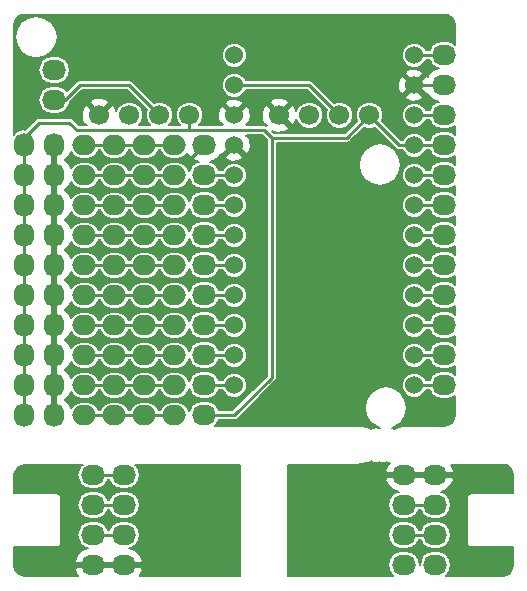
<source format=gtl>
G04 #@! TF.FileFunction,Copper,L1,Top,Signal*
%FSLAX46Y46*%
G04 Gerber Fmt 4.6, Leading zero omitted, Abs format (unit mm)*
G04 Created by KiCad (PCBNEW 4.0.5-e0-6337~52~ubuntu16.10.1) date Sat Feb 25 11:48:19 2017*
%MOMM*%
%LPD*%
G01*
G04 APERTURE LIST*
%ADD10C,0.100000*%
%ADD11C,1.524000*%
%ADD12O,2.032000X1.727200*%
%ADD13O,1.727200X2.032000*%
%ADD14O,2.000000X1.700000*%
%ADD15C,1.700000*%
%ADD16C,0.600000*%
%ADD17C,0.250000*%
%ADD18C,0.200000*%
G04 APERTURE END LIST*
D10*
D11*
X142240000Y-106680000D03*
X142240000Y-109220000D03*
X142240000Y-111760000D03*
X142240000Y-114300000D03*
X142240000Y-116840000D03*
X142240000Y-119380000D03*
X142240000Y-121920000D03*
X142240000Y-124460000D03*
X142240000Y-127000000D03*
X142240000Y-129540000D03*
X142240000Y-132080000D03*
X142240000Y-134620000D03*
X157480000Y-134620000D03*
X157480000Y-132080000D03*
X157480000Y-129540000D03*
X157480000Y-127000000D03*
X157480000Y-124460000D03*
X157480000Y-121920000D03*
X157480000Y-119380000D03*
X157480000Y-116840000D03*
X157480000Y-114300000D03*
X157480000Y-111760000D03*
X157480000Y-109220000D03*
X157480000Y-106680000D03*
D12*
X127000000Y-107950000D03*
X127000000Y-110490000D03*
D13*
X127000000Y-137160000D03*
X127000000Y-134620000D03*
X127000000Y-132080000D03*
X127000000Y-129540000D03*
X127000000Y-127000000D03*
X127000000Y-124460000D03*
X127000000Y-121920000D03*
X127000000Y-119380000D03*
X127000000Y-116840000D03*
X127000000Y-114300000D03*
X124460000Y-137160000D03*
X124460000Y-134620000D03*
X124460000Y-132080000D03*
X124460000Y-129540000D03*
X124460000Y-127000000D03*
X124460000Y-124460000D03*
X124460000Y-121920000D03*
X124460000Y-119380000D03*
X124460000Y-116840000D03*
X124460000Y-114300000D03*
D12*
X160020000Y-106680000D03*
X160020000Y-109220000D03*
X160020000Y-111760000D03*
X160020000Y-114300000D03*
X160020000Y-116840000D03*
X160020000Y-119380000D03*
X160020000Y-121920000D03*
X160020000Y-124460000D03*
X160020000Y-127000000D03*
X160020000Y-129540000D03*
X160020000Y-132080000D03*
X160020000Y-134620000D03*
D14*
X134620000Y-114300000D03*
X137160000Y-114300000D03*
X129540000Y-114300000D03*
X132080000Y-114300000D03*
X132080000Y-116840000D03*
X129540000Y-116840000D03*
X137160000Y-116840000D03*
X134620000Y-116840000D03*
X134620000Y-119380000D03*
X137160000Y-119380000D03*
X129540000Y-119380000D03*
X132080000Y-119380000D03*
X132080000Y-132080000D03*
X129540000Y-132080000D03*
X137160000Y-132080000D03*
X134620000Y-132080000D03*
X134620000Y-121920000D03*
X137160000Y-121920000D03*
X129540000Y-121920000D03*
X132080000Y-121920000D03*
D12*
X139700000Y-114300000D03*
X139700000Y-116840000D03*
X139700000Y-119380000D03*
X139700000Y-121920000D03*
X139700000Y-124460000D03*
X139700000Y-127000000D03*
X139700000Y-129540000D03*
X139700000Y-132080000D03*
X139700000Y-134620000D03*
X139700000Y-137160000D03*
X132905500Y-144780000D03*
X132905500Y-142240000D03*
X132905500Y-149860000D03*
X132905500Y-147320000D03*
X156591000Y-144780000D03*
X156591000Y-142240000D03*
X156591000Y-149860000D03*
X156591000Y-147320000D03*
D14*
X132080000Y-124460000D03*
X129540000Y-124460000D03*
X137160000Y-124460000D03*
X134620000Y-124460000D03*
X134620000Y-127000000D03*
X137160000Y-127000000D03*
X129540000Y-127000000D03*
X132080000Y-127000000D03*
X132080000Y-134620000D03*
X129540000Y-134620000D03*
X137160000Y-134620000D03*
X134620000Y-134620000D03*
X134620000Y-129540000D03*
X137160000Y-129540000D03*
X129540000Y-129540000D03*
X132080000Y-129540000D03*
X132080000Y-137160000D03*
X129540000Y-137160000D03*
X137160000Y-137160000D03*
X134620000Y-137160000D03*
D15*
X151130000Y-111760000D03*
X153670000Y-111760000D03*
X146050000Y-111760000D03*
X148590000Y-111760000D03*
X133350000Y-111760000D03*
X130810000Y-111760000D03*
X138430000Y-111760000D03*
X135890000Y-111760000D03*
D12*
X130302000Y-147320000D03*
X130302000Y-149860000D03*
X130302000Y-142240000D03*
X130302000Y-144780000D03*
X159258000Y-144780000D03*
X159258000Y-142240000D03*
X159258000Y-149860000D03*
X159258000Y-147320000D03*
D16*
X128270000Y-115570000D03*
X128270000Y-118110000D03*
X128270000Y-120650000D03*
X128270000Y-123190000D03*
X128270000Y-128270000D03*
X128270000Y-130810000D03*
X128270000Y-125730000D03*
X128270000Y-133350000D03*
X128270000Y-135890000D03*
X153035000Y-114300000D03*
X124460000Y-149860000D03*
X124460000Y-142113000D03*
X141986000Y-142240000D03*
X141859000Y-149860000D03*
X147828000Y-149987000D03*
X147828000Y-142240000D03*
X165100000Y-149987000D03*
X165100000Y-142240000D03*
D17*
X128270000Y-128270000D02*
X128270000Y-128397000D01*
X128270000Y-130810000D02*
X128397000Y-130810000D01*
X128270000Y-125730000D02*
X128270000Y-125603000D01*
X139700000Y-114300000D02*
X138430000Y-115570000D01*
X157480000Y-109220000D02*
X160020000Y-109220000D01*
X124460000Y-114300000D02*
X124460000Y-116840000D01*
X124460000Y-116840000D02*
X124460000Y-119380000D01*
X124460000Y-119380000D02*
X124460000Y-121920000D01*
X124460000Y-121920000D02*
X124460000Y-124460000D01*
X124460000Y-124460000D02*
X124460000Y-127000000D01*
X124460000Y-127000000D02*
X124460000Y-129540000D01*
X124460000Y-129540000D02*
X124460000Y-132080000D01*
X124460000Y-132080000D02*
X124460000Y-134620000D01*
X124460000Y-134620000D02*
X124460000Y-137160000D01*
X124460000Y-114300000D02*
X124460000Y-113665000D01*
X124460000Y-113665000D02*
X125730000Y-112395000D01*
X125730000Y-112395000D02*
X128270000Y-112395000D01*
X128270000Y-112395000D02*
X128905000Y-113030000D01*
X128905000Y-113030000D02*
X138430000Y-113030000D01*
X145415000Y-113665000D02*
X145415000Y-133985000D01*
X142240000Y-137160000D02*
X139700000Y-137160000D01*
X145415000Y-133985000D02*
X142240000Y-137160000D01*
X153670000Y-111760000D02*
X151765000Y-113665000D01*
X138430000Y-113030000D02*
X138430000Y-111760000D01*
X144780000Y-113030000D02*
X138430000Y-113030000D01*
X145415000Y-113665000D02*
X144780000Y-113030000D01*
X151765000Y-113665000D02*
X145415000Y-113665000D01*
X157480000Y-114300000D02*
X156210000Y-114300000D01*
X156210000Y-114300000D02*
X153670000Y-111760000D01*
X157480000Y-114300000D02*
X160020000Y-114300000D01*
X142240000Y-109220000D02*
X148590000Y-109220000D01*
X148590000Y-109220000D02*
X151130000Y-111760000D01*
X142240000Y-109220000D02*
X142748000Y-109220000D01*
X139700000Y-116840000D02*
X142240000Y-116840000D01*
X139700000Y-119380000D02*
X142240000Y-119380000D01*
X139700000Y-121920000D02*
X142240000Y-121920000D01*
X139700000Y-124460000D02*
X142240000Y-124460000D01*
X139700000Y-127000000D02*
X142240000Y-127000000D01*
X139700000Y-129540000D02*
X142240000Y-129540000D01*
X139700000Y-132080000D02*
X142240000Y-132080000D01*
X139700000Y-134620000D02*
X142240000Y-134620000D01*
X127000000Y-110490000D02*
X127889000Y-110490000D01*
X127889000Y-110490000D02*
X129159000Y-109220000D01*
X129159000Y-109220000D02*
X133350000Y-109220000D01*
X133350000Y-109220000D02*
X135890000Y-111760000D01*
X157480000Y-116840000D02*
X160020000Y-116840000D01*
X157480000Y-119380000D02*
X160020000Y-119380000D01*
X157480000Y-121920000D02*
X160020000Y-121920000D01*
X157480000Y-124460000D02*
X160020000Y-124460000D01*
X157480000Y-127000000D02*
X160020000Y-127000000D01*
X157480000Y-129540000D02*
X160020000Y-129540000D01*
X157480000Y-132080000D02*
X160020000Y-132080000D01*
X157480000Y-134620000D02*
X160020000Y-134620000D01*
X157480000Y-111760000D02*
X160020000Y-111760000D01*
X157480000Y-106680000D02*
X160020000Y-106680000D01*
X129540000Y-114300000D02*
X132080000Y-114300000D01*
X132080000Y-114300000D02*
X134620000Y-114300000D01*
X134620000Y-114300000D02*
X137160000Y-114300000D01*
X129540000Y-116840000D02*
X132080000Y-116840000D01*
X132080000Y-116840000D02*
X134620000Y-116840000D01*
X134620000Y-116840000D02*
X137160000Y-116840000D01*
X129540000Y-119380000D02*
X132080000Y-119380000D01*
X132080000Y-119380000D02*
X134620000Y-119380000D01*
X134620000Y-119380000D02*
X137160000Y-119380000D01*
X129540000Y-132080000D02*
X132080000Y-132080000D01*
X132080000Y-132080000D02*
X134620000Y-132080000D01*
X134620000Y-132080000D02*
X137160000Y-132080000D01*
X129540000Y-121920000D02*
X132080000Y-121920000D01*
X132080000Y-121920000D02*
X134620000Y-121920000D01*
X134620000Y-121920000D02*
X137160000Y-121920000D01*
X128524000Y-149860000D02*
X124460000Y-149860000D01*
X128524000Y-149860000D02*
X128524000Y-142240000D01*
X128397000Y-142113000D02*
X124460000Y-142113000D01*
X128524000Y-142240000D02*
X128397000Y-142113000D01*
X130302000Y-149860000D02*
X128524000Y-149860000D01*
X132905500Y-149860000D02*
X141859000Y-149860000D01*
X130302000Y-149860000D02*
X132905500Y-149860000D01*
X132905500Y-149860000D02*
X132270500Y-149860000D01*
X130302000Y-147320000D02*
X132905500Y-147320000D01*
X130302000Y-144780000D02*
X132905500Y-144780000D01*
X130302000Y-142240000D02*
X132905500Y-142240000D01*
X132905500Y-142240000D02*
X132270500Y-142240000D01*
X156591000Y-149860000D02*
X157226000Y-149860000D01*
X156591000Y-147320000D02*
X159258000Y-147320000D01*
X156591000Y-144780000D02*
X159258000Y-144780000D01*
X147828000Y-142240000D02*
X147828000Y-149987000D01*
X161290000Y-142240000D02*
X161290000Y-149860000D01*
X161417000Y-149987000D02*
X165100000Y-149987000D01*
X161290000Y-149860000D02*
X161417000Y-149987000D01*
X159258000Y-142240000D02*
X161290000Y-142240000D01*
X161290000Y-142240000D02*
X165100000Y-142240000D01*
X156591000Y-142240000D02*
X159258000Y-142240000D01*
X156591000Y-142240000D02*
X157226000Y-142240000D01*
X129540000Y-124460000D02*
X132080000Y-124460000D01*
X132080000Y-124460000D02*
X134620000Y-124460000D01*
X134620000Y-124460000D02*
X137160000Y-124460000D01*
X129540000Y-127000000D02*
X132080000Y-127000000D01*
X132080000Y-127000000D02*
X134620000Y-127000000D01*
X134620000Y-127000000D02*
X137160000Y-127000000D01*
X129540000Y-134620000D02*
X132080000Y-134620000D01*
X132080000Y-134620000D02*
X134620000Y-134620000D01*
X134620000Y-134620000D02*
X137160000Y-134620000D01*
X129540000Y-129540000D02*
X132080000Y-129540000D01*
X132080000Y-129540000D02*
X134620000Y-129540000D01*
X134620000Y-129540000D02*
X137160000Y-129540000D01*
X129540000Y-137160000D02*
X132080000Y-137160000D01*
X132080000Y-137160000D02*
X134620000Y-137160000D01*
X134620000Y-137160000D02*
X137160000Y-137160000D01*
D18*
G36*
X153440247Y-112909800D02*
X153897746Y-112910199D01*
X154125184Y-112816224D01*
X155909479Y-114600520D01*
X156001608Y-114662078D01*
X156047360Y-114692649D01*
X156210000Y-114725000D01*
X156506521Y-114725000D01*
X156579155Y-114900789D01*
X156877640Y-115199795D01*
X157267828Y-115361815D01*
X157690318Y-115362184D01*
X158080789Y-115200845D01*
X158379795Y-114902360D01*
X158453441Y-114725000D01*
X158762756Y-114725000D01*
X158766792Y-114745290D01*
X159019029Y-115122789D01*
X159396528Y-115375026D01*
X159841818Y-115463600D01*
X160198182Y-115463600D01*
X160643472Y-115375026D01*
X160915000Y-115193597D01*
X160915000Y-115946403D01*
X160643472Y-115764974D01*
X160198182Y-115676400D01*
X159841818Y-115676400D01*
X159396528Y-115764974D01*
X159019029Y-116017211D01*
X158766792Y-116394710D01*
X158762756Y-116415000D01*
X158453479Y-116415000D01*
X158380845Y-116239211D01*
X158082360Y-115940205D01*
X157692172Y-115778185D01*
X157269682Y-115777816D01*
X156879211Y-115939155D01*
X156580205Y-116237640D01*
X156418185Y-116627828D01*
X156417816Y-117050318D01*
X156579155Y-117440789D01*
X156877640Y-117739795D01*
X157267828Y-117901815D01*
X157690318Y-117902184D01*
X158080789Y-117740845D01*
X158379795Y-117442360D01*
X158453441Y-117265000D01*
X158762756Y-117265000D01*
X158766792Y-117285290D01*
X159019029Y-117662789D01*
X159396528Y-117915026D01*
X159841818Y-118003600D01*
X160198182Y-118003600D01*
X160643472Y-117915026D01*
X160915000Y-117733597D01*
X160915000Y-118486403D01*
X160643472Y-118304974D01*
X160198182Y-118216400D01*
X159841818Y-118216400D01*
X159396528Y-118304974D01*
X159019029Y-118557211D01*
X158766792Y-118934710D01*
X158762756Y-118955000D01*
X158453479Y-118955000D01*
X158380845Y-118779211D01*
X158082360Y-118480205D01*
X157692172Y-118318185D01*
X157269682Y-118317816D01*
X156879211Y-118479155D01*
X156580205Y-118777640D01*
X156418185Y-119167828D01*
X156417816Y-119590318D01*
X156579155Y-119980789D01*
X156877640Y-120279795D01*
X157267828Y-120441815D01*
X157690318Y-120442184D01*
X158080789Y-120280845D01*
X158379795Y-119982360D01*
X158453441Y-119805000D01*
X158762756Y-119805000D01*
X158766792Y-119825290D01*
X159019029Y-120202789D01*
X159396528Y-120455026D01*
X159841818Y-120543600D01*
X160198182Y-120543600D01*
X160643472Y-120455026D01*
X160915000Y-120273597D01*
X160915000Y-121026403D01*
X160643472Y-120844974D01*
X160198182Y-120756400D01*
X159841818Y-120756400D01*
X159396528Y-120844974D01*
X159019029Y-121097211D01*
X158766792Y-121474710D01*
X158762756Y-121495000D01*
X158453479Y-121495000D01*
X158380845Y-121319211D01*
X158082360Y-121020205D01*
X157692172Y-120858185D01*
X157269682Y-120857816D01*
X156879211Y-121019155D01*
X156580205Y-121317640D01*
X156418185Y-121707828D01*
X156417816Y-122130318D01*
X156579155Y-122520789D01*
X156877640Y-122819795D01*
X157267828Y-122981815D01*
X157690318Y-122982184D01*
X158080789Y-122820845D01*
X158379795Y-122522360D01*
X158453441Y-122345000D01*
X158762756Y-122345000D01*
X158766792Y-122365290D01*
X159019029Y-122742789D01*
X159396528Y-122995026D01*
X159841818Y-123083600D01*
X160198182Y-123083600D01*
X160643472Y-122995026D01*
X160915000Y-122813597D01*
X160915000Y-123566403D01*
X160643472Y-123384974D01*
X160198182Y-123296400D01*
X159841818Y-123296400D01*
X159396528Y-123384974D01*
X159019029Y-123637211D01*
X158766792Y-124014710D01*
X158762756Y-124035000D01*
X158453479Y-124035000D01*
X158380845Y-123859211D01*
X158082360Y-123560205D01*
X157692172Y-123398185D01*
X157269682Y-123397816D01*
X156879211Y-123559155D01*
X156580205Y-123857640D01*
X156418185Y-124247828D01*
X156417816Y-124670318D01*
X156579155Y-125060789D01*
X156877640Y-125359795D01*
X157267828Y-125521815D01*
X157690318Y-125522184D01*
X158080789Y-125360845D01*
X158379795Y-125062360D01*
X158453441Y-124885000D01*
X158762756Y-124885000D01*
X158766792Y-124905290D01*
X159019029Y-125282789D01*
X159396528Y-125535026D01*
X159841818Y-125623600D01*
X160198182Y-125623600D01*
X160643472Y-125535026D01*
X160915000Y-125353597D01*
X160915000Y-126106403D01*
X160643472Y-125924974D01*
X160198182Y-125836400D01*
X159841818Y-125836400D01*
X159396528Y-125924974D01*
X159019029Y-126177211D01*
X158766792Y-126554710D01*
X158762756Y-126575000D01*
X158453479Y-126575000D01*
X158380845Y-126399211D01*
X158082360Y-126100205D01*
X157692172Y-125938185D01*
X157269682Y-125937816D01*
X156879211Y-126099155D01*
X156580205Y-126397640D01*
X156418185Y-126787828D01*
X156417816Y-127210318D01*
X156579155Y-127600789D01*
X156877640Y-127899795D01*
X157267828Y-128061815D01*
X157690318Y-128062184D01*
X158080789Y-127900845D01*
X158379795Y-127602360D01*
X158453441Y-127425000D01*
X158762756Y-127425000D01*
X158766792Y-127445290D01*
X159019029Y-127822789D01*
X159396528Y-128075026D01*
X159841818Y-128163600D01*
X160198182Y-128163600D01*
X160643472Y-128075026D01*
X160915000Y-127893597D01*
X160915000Y-128646403D01*
X160643472Y-128464974D01*
X160198182Y-128376400D01*
X159841818Y-128376400D01*
X159396528Y-128464974D01*
X159019029Y-128717211D01*
X158766792Y-129094710D01*
X158762756Y-129115000D01*
X158453479Y-129115000D01*
X158380845Y-128939211D01*
X158082360Y-128640205D01*
X157692172Y-128478185D01*
X157269682Y-128477816D01*
X156879211Y-128639155D01*
X156580205Y-128937640D01*
X156418185Y-129327828D01*
X156417816Y-129750318D01*
X156579155Y-130140789D01*
X156877640Y-130439795D01*
X157267828Y-130601815D01*
X157690318Y-130602184D01*
X158080789Y-130440845D01*
X158379795Y-130142360D01*
X158453441Y-129965000D01*
X158762756Y-129965000D01*
X158766792Y-129985290D01*
X159019029Y-130362789D01*
X159396528Y-130615026D01*
X159841818Y-130703600D01*
X160198182Y-130703600D01*
X160643472Y-130615026D01*
X160915000Y-130433597D01*
X160915000Y-131186403D01*
X160643472Y-131004974D01*
X160198182Y-130916400D01*
X159841818Y-130916400D01*
X159396528Y-131004974D01*
X159019029Y-131257211D01*
X158766792Y-131634710D01*
X158762756Y-131655000D01*
X158453479Y-131655000D01*
X158380845Y-131479211D01*
X158082360Y-131180205D01*
X157692172Y-131018185D01*
X157269682Y-131017816D01*
X156879211Y-131179155D01*
X156580205Y-131477640D01*
X156418185Y-131867828D01*
X156417816Y-132290318D01*
X156579155Y-132680789D01*
X156877640Y-132979795D01*
X157267828Y-133141815D01*
X157690318Y-133142184D01*
X158080789Y-132980845D01*
X158379795Y-132682360D01*
X158453441Y-132505000D01*
X158762756Y-132505000D01*
X158766792Y-132525290D01*
X159019029Y-132902789D01*
X159396528Y-133155026D01*
X159841818Y-133243600D01*
X160198182Y-133243600D01*
X160643472Y-133155026D01*
X160915000Y-132973597D01*
X160915000Y-133726403D01*
X160643472Y-133544974D01*
X160198182Y-133456400D01*
X159841818Y-133456400D01*
X159396528Y-133544974D01*
X159019029Y-133797211D01*
X158766792Y-134174710D01*
X158762756Y-134195000D01*
X158453479Y-134195000D01*
X158380845Y-134019211D01*
X158082360Y-133720205D01*
X157692172Y-133558185D01*
X157269682Y-133557816D01*
X156879211Y-133719155D01*
X156580205Y-134017640D01*
X156418185Y-134407828D01*
X156417816Y-134830318D01*
X156579155Y-135220789D01*
X156877640Y-135519795D01*
X157267828Y-135681815D01*
X157690318Y-135682184D01*
X158080789Y-135520845D01*
X158379795Y-135222360D01*
X158453441Y-135045000D01*
X158762756Y-135045000D01*
X158766792Y-135065290D01*
X159019029Y-135442789D01*
X159396528Y-135695026D01*
X159841818Y-135783600D01*
X160198182Y-135783600D01*
X160643472Y-135695026D01*
X160915000Y-135513597D01*
X160915000Y-137123064D01*
X160840085Y-137499689D01*
X160647666Y-137787666D01*
X160359689Y-137980085D01*
X159983068Y-138055000D01*
X156591000Y-138055000D01*
X156447494Y-138083545D01*
X156409316Y-138109055D01*
X156158833Y-138158879D01*
X156023653Y-138214872D01*
X155851351Y-138330000D01*
X155725934Y-138330000D01*
X155563128Y-138221217D01*
X155753880Y-138183274D01*
X156336188Y-137794188D01*
X156725274Y-137211880D01*
X156861903Y-136525000D01*
X156725274Y-135838120D01*
X156336188Y-135255812D01*
X155753880Y-134866726D01*
X155067000Y-134730097D01*
X154380120Y-134866726D01*
X153797812Y-135255812D01*
X153408726Y-135838120D01*
X153272097Y-136525000D01*
X153408726Y-137211880D01*
X153797812Y-137794188D01*
X154380120Y-138183274D01*
X154570872Y-138221217D01*
X154508200Y-138263093D01*
X154442399Y-138219126D01*
X154228800Y-138176638D01*
X154015201Y-138219126D01*
X153849266Y-138330000D01*
X153774649Y-138330000D01*
X153602347Y-138214872D01*
X153467167Y-138158878D01*
X153467166Y-138158878D01*
X152981159Y-138062206D01*
X152834841Y-138062205D01*
X152829125Y-138064573D01*
X152781000Y-138055000D01*
X140592900Y-138055000D01*
X140700971Y-137982789D01*
X140953208Y-137605290D01*
X140957244Y-137585000D01*
X142240000Y-137585000D01*
X142375657Y-137558016D01*
X142402641Y-137552649D01*
X142540520Y-137460520D01*
X145715520Y-134285520D01*
X145807649Y-134147641D01*
X145813016Y-134120657D01*
X145840000Y-133985000D01*
X145840000Y-115951000D01*
X152764097Y-115951000D01*
X152900726Y-116637880D01*
X153289812Y-117220188D01*
X153872120Y-117609274D01*
X154559000Y-117745903D01*
X155245880Y-117609274D01*
X155828188Y-117220188D01*
X156217274Y-116637880D01*
X156353903Y-115951000D01*
X156217274Y-115264120D01*
X155828188Y-114681812D01*
X155245880Y-114292726D01*
X154559000Y-114156097D01*
X153872120Y-114292726D01*
X153289812Y-114681812D01*
X152900726Y-115264120D01*
X152764097Y-115951000D01*
X145840000Y-115951000D01*
X145840000Y-114090000D01*
X151765000Y-114090000D01*
X151900657Y-114063016D01*
X151927641Y-114057649D01*
X152065520Y-113965520D01*
X153214838Y-112816202D01*
X153440247Y-112909800D01*
X153440247Y-112909800D01*
G37*
X153440247Y-112909800D02*
X153897746Y-112910199D01*
X154125184Y-112816224D01*
X155909479Y-114600520D01*
X156001608Y-114662078D01*
X156047360Y-114692649D01*
X156210000Y-114725000D01*
X156506521Y-114725000D01*
X156579155Y-114900789D01*
X156877640Y-115199795D01*
X157267828Y-115361815D01*
X157690318Y-115362184D01*
X158080789Y-115200845D01*
X158379795Y-114902360D01*
X158453441Y-114725000D01*
X158762756Y-114725000D01*
X158766792Y-114745290D01*
X159019029Y-115122789D01*
X159396528Y-115375026D01*
X159841818Y-115463600D01*
X160198182Y-115463600D01*
X160643472Y-115375026D01*
X160915000Y-115193597D01*
X160915000Y-115946403D01*
X160643472Y-115764974D01*
X160198182Y-115676400D01*
X159841818Y-115676400D01*
X159396528Y-115764974D01*
X159019029Y-116017211D01*
X158766792Y-116394710D01*
X158762756Y-116415000D01*
X158453479Y-116415000D01*
X158380845Y-116239211D01*
X158082360Y-115940205D01*
X157692172Y-115778185D01*
X157269682Y-115777816D01*
X156879211Y-115939155D01*
X156580205Y-116237640D01*
X156418185Y-116627828D01*
X156417816Y-117050318D01*
X156579155Y-117440789D01*
X156877640Y-117739795D01*
X157267828Y-117901815D01*
X157690318Y-117902184D01*
X158080789Y-117740845D01*
X158379795Y-117442360D01*
X158453441Y-117265000D01*
X158762756Y-117265000D01*
X158766792Y-117285290D01*
X159019029Y-117662789D01*
X159396528Y-117915026D01*
X159841818Y-118003600D01*
X160198182Y-118003600D01*
X160643472Y-117915026D01*
X160915000Y-117733597D01*
X160915000Y-118486403D01*
X160643472Y-118304974D01*
X160198182Y-118216400D01*
X159841818Y-118216400D01*
X159396528Y-118304974D01*
X159019029Y-118557211D01*
X158766792Y-118934710D01*
X158762756Y-118955000D01*
X158453479Y-118955000D01*
X158380845Y-118779211D01*
X158082360Y-118480205D01*
X157692172Y-118318185D01*
X157269682Y-118317816D01*
X156879211Y-118479155D01*
X156580205Y-118777640D01*
X156418185Y-119167828D01*
X156417816Y-119590318D01*
X156579155Y-119980789D01*
X156877640Y-120279795D01*
X157267828Y-120441815D01*
X157690318Y-120442184D01*
X158080789Y-120280845D01*
X158379795Y-119982360D01*
X158453441Y-119805000D01*
X158762756Y-119805000D01*
X158766792Y-119825290D01*
X159019029Y-120202789D01*
X159396528Y-120455026D01*
X159841818Y-120543600D01*
X160198182Y-120543600D01*
X160643472Y-120455026D01*
X160915000Y-120273597D01*
X160915000Y-121026403D01*
X160643472Y-120844974D01*
X160198182Y-120756400D01*
X159841818Y-120756400D01*
X159396528Y-120844974D01*
X159019029Y-121097211D01*
X158766792Y-121474710D01*
X158762756Y-121495000D01*
X158453479Y-121495000D01*
X158380845Y-121319211D01*
X158082360Y-121020205D01*
X157692172Y-120858185D01*
X157269682Y-120857816D01*
X156879211Y-121019155D01*
X156580205Y-121317640D01*
X156418185Y-121707828D01*
X156417816Y-122130318D01*
X156579155Y-122520789D01*
X156877640Y-122819795D01*
X157267828Y-122981815D01*
X157690318Y-122982184D01*
X158080789Y-122820845D01*
X158379795Y-122522360D01*
X158453441Y-122345000D01*
X158762756Y-122345000D01*
X158766792Y-122365290D01*
X159019029Y-122742789D01*
X159396528Y-122995026D01*
X159841818Y-123083600D01*
X160198182Y-123083600D01*
X160643472Y-122995026D01*
X160915000Y-122813597D01*
X160915000Y-123566403D01*
X160643472Y-123384974D01*
X160198182Y-123296400D01*
X159841818Y-123296400D01*
X159396528Y-123384974D01*
X159019029Y-123637211D01*
X158766792Y-124014710D01*
X158762756Y-124035000D01*
X158453479Y-124035000D01*
X158380845Y-123859211D01*
X158082360Y-123560205D01*
X157692172Y-123398185D01*
X157269682Y-123397816D01*
X156879211Y-123559155D01*
X156580205Y-123857640D01*
X156418185Y-124247828D01*
X156417816Y-124670318D01*
X156579155Y-125060789D01*
X156877640Y-125359795D01*
X157267828Y-125521815D01*
X157690318Y-125522184D01*
X158080789Y-125360845D01*
X158379795Y-125062360D01*
X158453441Y-124885000D01*
X158762756Y-124885000D01*
X158766792Y-124905290D01*
X159019029Y-125282789D01*
X159396528Y-125535026D01*
X159841818Y-125623600D01*
X160198182Y-125623600D01*
X160643472Y-125535026D01*
X160915000Y-125353597D01*
X160915000Y-126106403D01*
X160643472Y-125924974D01*
X160198182Y-125836400D01*
X159841818Y-125836400D01*
X159396528Y-125924974D01*
X159019029Y-126177211D01*
X158766792Y-126554710D01*
X158762756Y-126575000D01*
X158453479Y-126575000D01*
X158380845Y-126399211D01*
X158082360Y-126100205D01*
X157692172Y-125938185D01*
X157269682Y-125937816D01*
X156879211Y-126099155D01*
X156580205Y-126397640D01*
X156418185Y-126787828D01*
X156417816Y-127210318D01*
X156579155Y-127600789D01*
X156877640Y-127899795D01*
X157267828Y-128061815D01*
X157690318Y-128062184D01*
X158080789Y-127900845D01*
X158379795Y-127602360D01*
X158453441Y-127425000D01*
X158762756Y-127425000D01*
X158766792Y-127445290D01*
X159019029Y-127822789D01*
X159396528Y-128075026D01*
X159841818Y-128163600D01*
X160198182Y-128163600D01*
X160643472Y-128075026D01*
X160915000Y-127893597D01*
X160915000Y-128646403D01*
X160643472Y-128464974D01*
X160198182Y-128376400D01*
X159841818Y-128376400D01*
X159396528Y-128464974D01*
X159019029Y-128717211D01*
X158766792Y-129094710D01*
X158762756Y-129115000D01*
X158453479Y-129115000D01*
X158380845Y-128939211D01*
X158082360Y-128640205D01*
X157692172Y-128478185D01*
X157269682Y-128477816D01*
X156879211Y-128639155D01*
X156580205Y-128937640D01*
X156418185Y-129327828D01*
X156417816Y-129750318D01*
X156579155Y-130140789D01*
X156877640Y-130439795D01*
X157267828Y-130601815D01*
X157690318Y-130602184D01*
X158080789Y-130440845D01*
X158379795Y-130142360D01*
X158453441Y-129965000D01*
X158762756Y-129965000D01*
X158766792Y-129985290D01*
X159019029Y-130362789D01*
X159396528Y-130615026D01*
X159841818Y-130703600D01*
X160198182Y-130703600D01*
X160643472Y-130615026D01*
X160915000Y-130433597D01*
X160915000Y-131186403D01*
X160643472Y-131004974D01*
X160198182Y-130916400D01*
X159841818Y-130916400D01*
X159396528Y-131004974D01*
X159019029Y-131257211D01*
X158766792Y-131634710D01*
X158762756Y-131655000D01*
X158453479Y-131655000D01*
X158380845Y-131479211D01*
X158082360Y-131180205D01*
X157692172Y-131018185D01*
X157269682Y-131017816D01*
X156879211Y-131179155D01*
X156580205Y-131477640D01*
X156418185Y-131867828D01*
X156417816Y-132290318D01*
X156579155Y-132680789D01*
X156877640Y-132979795D01*
X157267828Y-133141815D01*
X157690318Y-133142184D01*
X158080789Y-132980845D01*
X158379795Y-132682360D01*
X158453441Y-132505000D01*
X158762756Y-132505000D01*
X158766792Y-132525290D01*
X159019029Y-132902789D01*
X159396528Y-133155026D01*
X159841818Y-133243600D01*
X160198182Y-133243600D01*
X160643472Y-133155026D01*
X160915000Y-132973597D01*
X160915000Y-133726403D01*
X160643472Y-133544974D01*
X160198182Y-133456400D01*
X159841818Y-133456400D01*
X159396528Y-133544974D01*
X159019029Y-133797211D01*
X158766792Y-134174710D01*
X158762756Y-134195000D01*
X158453479Y-134195000D01*
X158380845Y-134019211D01*
X158082360Y-133720205D01*
X157692172Y-133558185D01*
X157269682Y-133557816D01*
X156879211Y-133719155D01*
X156580205Y-134017640D01*
X156418185Y-134407828D01*
X156417816Y-134830318D01*
X156579155Y-135220789D01*
X156877640Y-135519795D01*
X157267828Y-135681815D01*
X157690318Y-135682184D01*
X158080789Y-135520845D01*
X158379795Y-135222360D01*
X158453441Y-135045000D01*
X158762756Y-135045000D01*
X158766792Y-135065290D01*
X159019029Y-135442789D01*
X159396528Y-135695026D01*
X159841818Y-135783600D01*
X160198182Y-135783600D01*
X160643472Y-135695026D01*
X160915000Y-135513597D01*
X160915000Y-137123064D01*
X160840085Y-137499689D01*
X160647666Y-137787666D01*
X160359689Y-137980085D01*
X159983068Y-138055000D01*
X156591000Y-138055000D01*
X156447494Y-138083545D01*
X156409316Y-138109055D01*
X156158833Y-138158879D01*
X156023653Y-138214872D01*
X155851351Y-138330000D01*
X155725934Y-138330000D01*
X155563128Y-138221217D01*
X155753880Y-138183274D01*
X156336188Y-137794188D01*
X156725274Y-137211880D01*
X156861903Y-136525000D01*
X156725274Y-135838120D01*
X156336188Y-135255812D01*
X155753880Y-134866726D01*
X155067000Y-134730097D01*
X154380120Y-134866726D01*
X153797812Y-135255812D01*
X153408726Y-135838120D01*
X153272097Y-136525000D01*
X153408726Y-137211880D01*
X153797812Y-137794188D01*
X154380120Y-138183274D01*
X154570872Y-138221217D01*
X154508200Y-138263093D01*
X154442399Y-138219126D01*
X154228800Y-138176638D01*
X154015201Y-138219126D01*
X153849266Y-138330000D01*
X153774649Y-138330000D01*
X153602347Y-138214872D01*
X153467167Y-138158878D01*
X153467166Y-138158878D01*
X152981159Y-138062206D01*
X152834841Y-138062205D01*
X152829125Y-138064573D01*
X152781000Y-138055000D01*
X140592900Y-138055000D01*
X140700971Y-137982789D01*
X140953208Y-137605290D01*
X140957244Y-137585000D01*
X142240000Y-137585000D01*
X142375657Y-137558016D01*
X142402641Y-137552649D01*
X142540520Y-137460520D01*
X145715520Y-134285520D01*
X145807649Y-134147641D01*
X145813016Y-134120657D01*
X145840000Y-133985000D01*
X145840000Y-115951000D01*
X152764097Y-115951000D01*
X152900726Y-116637880D01*
X153289812Y-117220188D01*
X153872120Y-117609274D01*
X154559000Y-117745903D01*
X155245880Y-117609274D01*
X155828188Y-117220188D01*
X156217274Y-116637880D01*
X156353903Y-115951000D01*
X156217274Y-115264120D01*
X155828188Y-114681812D01*
X155245880Y-114292726D01*
X154559000Y-114156097D01*
X153872120Y-114292726D01*
X153289812Y-114681812D01*
X152900726Y-115264120D01*
X152764097Y-115951000D01*
X145840000Y-115951000D01*
X145840000Y-114090000D01*
X151765000Y-114090000D01*
X151900657Y-114063016D01*
X151927641Y-114057649D01*
X152065520Y-113965520D01*
X153214838Y-112816202D01*
X153440247Y-112909800D01*
G36*
X127154000Y-114146000D02*
X127174000Y-114146000D01*
X127174000Y-114454000D01*
X127154000Y-114454000D01*
X127154000Y-116686000D01*
X127174000Y-116686000D01*
X127174000Y-116994000D01*
X127154000Y-116994000D01*
X127154000Y-119226000D01*
X127174000Y-119226000D01*
X127174000Y-119534000D01*
X127154000Y-119534000D01*
X127154000Y-121766000D01*
X127174000Y-121766000D01*
X127174000Y-122074000D01*
X127154000Y-122074000D01*
X127154000Y-124306000D01*
X127174000Y-124306000D01*
X127174000Y-124614000D01*
X127154000Y-124614000D01*
X127154000Y-126846000D01*
X127174000Y-126846000D01*
X127174000Y-127154000D01*
X127154000Y-127154000D01*
X127154000Y-129386000D01*
X127174000Y-129386000D01*
X127174000Y-129694000D01*
X127154000Y-129694000D01*
X127154000Y-131926000D01*
X127174000Y-131926000D01*
X127174000Y-132234000D01*
X127154000Y-132234000D01*
X127154000Y-134466000D01*
X127174000Y-134466000D01*
X127174000Y-134774000D01*
X127154000Y-134774000D01*
X127154000Y-137006000D01*
X127174000Y-137006000D01*
X127174000Y-137314000D01*
X127154000Y-137314000D01*
X127154000Y-137334000D01*
X126846000Y-137334000D01*
X126846000Y-137314000D01*
X126826000Y-137314000D01*
X126826000Y-137006000D01*
X126846000Y-137006000D01*
X126846000Y-134774000D01*
X126826000Y-134774000D01*
X126826000Y-134466000D01*
X126846000Y-134466000D01*
X126846000Y-132234000D01*
X126826000Y-132234000D01*
X126826000Y-131926000D01*
X126846000Y-131926000D01*
X126846000Y-129694000D01*
X126826000Y-129694000D01*
X126826000Y-129386000D01*
X126846000Y-129386000D01*
X126846000Y-127154000D01*
X126826000Y-127154000D01*
X126826000Y-126846000D01*
X126846000Y-126846000D01*
X126846000Y-124614000D01*
X126826000Y-124614000D01*
X126826000Y-124306000D01*
X126846000Y-124306000D01*
X126846000Y-122074000D01*
X126826000Y-122074000D01*
X126826000Y-121766000D01*
X126846000Y-121766000D01*
X126846000Y-119534000D01*
X126826000Y-119534000D01*
X126826000Y-119226000D01*
X126846000Y-119226000D01*
X126846000Y-116994000D01*
X126826000Y-116994000D01*
X126826000Y-116686000D01*
X126846000Y-116686000D01*
X126846000Y-114454000D01*
X126826000Y-114454000D01*
X126826000Y-114146000D01*
X126846000Y-114146000D01*
X126846000Y-114126000D01*
X127154000Y-114126000D01*
X127154000Y-114146000D01*
X127154000Y-114146000D01*
G37*
X127154000Y-114146000D02*
X127174000Y-114146000D01*
X127174000Y-114454000D01*
X127154000Y-114454000D01*
X127154000Y-116686000D01*
X127174000Y-116686000D01*
X127174000Y-116994000D01*
X127154000Y-116994000D01*
X127154000Y-119226000D01*
X127174000Y-119226000D01*
X127174000Y-119534000D01*
X127154000Y-119534000D01*
X127154000Y-121766000D01*
X127174000Y-121766000D01*
X127174000Y-122074000D01*
X127154000Y-122074000D01*
X127154000Y-124306000D01*
X127174000Y-124306000D01*
X127174000Y-124614000D01*
X127154000Y-124614000D01*
X127154000Y-126846000D01*
X127174000Y-126846000D01*
X127174000Y-127154000D01*
X127154000Y-127154000D01*
X127154000Y-129386000D01*
X127174000Y-129386000D01*
X127174000Y-129694000D01*
X127154000Y-129694000D01*
X127154000Y-131926000D01*
X127174000Y-131926000D01*
X127174000Y-132234000D01*
X127154000Y-132234000D01*
X127154000Y-134466000D01*
X127174000Y-134466000D01*
X127174000Y-134774000D01*
X127154000Y-134774000D01*
X127154000Y-137006000D01*
X127174000Y-137006000D01*
X127174000Y-137314000D01*
X127154000Y-137314000D01*
X127154000Y-137334000D01*
X126846000Y-137334000D01*
X126846000Y-137314000D01*
X126826000Y-137314000D01*
X126826000Y-137006000D01*
X126846000Y-137006000D01*
X126846000Y-134774000D01*
X126826000Y-134774000D01*
X126826000Y-134466000D01*
X126846000Y-134466000D01*
X126846000Y-132234000D01*
X126826000Y-132234000D01*
X126826000Y-131926000D01*
X126846000Y-131926000D01*
X126846000Y-129694000D01*
X126826000Y-129694000D01*
X126826000Y-129386000D01*
X126846000Y-129386000D01*
X126846000Y-127154000D01*
X126826000Y-127154000D01*
X126826000Y-126846000D01*
X126846000Y-126846000D01*
X126846000Y-124614000D01*
X126826000Y-124614000D01*
X126826000Y-124306000D01*
X126846000Y-124306000D01*
X126846000Y-122074000D01*
X126826000Y-122074000D01*
X126826000Y-121766000D01*
X126846000Y-121766000D01*
X126846000Y-119534000D01*
X126826000Y-119534000D01*
X126826000Y-119226000D01*
X126846000Y-119226000D01*
X126846000Y-116994000D01*
X126826000Y-116994000D01*
X126826000Y-116686000D01*
X126846000Y-116686000D01*
X126846000Y-114454000D01*
X126826000Y-114454000D01*
X126826000Y-114146000D01*
X126846000Y-114146000D01*
X126846000Y-114126000D01*
X127154000Y-114126000D01*
X127154000Y-114146000D01*
G36*
X144990000Y-113841041D02*
X144990000Y-133808960D01*
X142063960Y-136735000D01*
X140957244Y-136735000D01*
X140953208Y-136714710D01*
X140700971Y-136337211D01*
X140323472Y-136084974D01*
X139878182Y-135996400D01*
X139521818Y-135996400D01*
X139076528Y-136084974D01*
X138699029Y-136337211D01*
X138446792Y-136714710D01*
X138421843Y-136840134D01*
X138397930Y-136719914D01*
X138148642Y-136346827D01*
X137775555Y-136097539D01*
X137335469Y-136010000D01*
X136984531Y-136010000D01*
X136544445Y-136097539D01*
X136171358Y-136346827D01*
X135922070Y-136719914D01*
X135919069Y-136735000D01*
X135860931Y-136735000D01*
X135857930Y-136719914D01*
X135608642Y-136346827D01*
X135235555Y-136097539D01*
X134795469Y-136010000D01*
X134444531Y-136010000D01*
X134004445Y-136097539D01*
X133631358Y-136346827D01*
X133382070Y-136719914D01*
X133379069Y-136735000D01*
X133320931Y-136735000D01*
X133317930Y-136719914D01*
X133068642Y-136346827D01*
X132695555Y-136097539D01*
X132255469Y-136010000D01*
X131904531Y-136010000D01*
X131464445Y-136097539D01*
X131091358Y-136346827D01*
X130842070Y-136719914D01*
X130839069Y-136735000D01*
X130780931Y-136735000D01*
X130777930Y-136719914D01*
X130528642Y-136346827D01*
X130155555Y-136097539D01*
X129715469Y-136010000D01*
X129364531Y-136010000D01*
X128924445Y-136097539D01*
X128551358Y-136346827D01*
X128385973Y-136594344D01*
X128253838Y-136237371D01*
X127932030Y-135890000D01*
X128253838Y-135542629D01*
X128385973Y-135185656D01*
X128551358Y-135433173D01*
X128924445Y-135682461D01*
X129364531Y-135770000D01*
X129715469Y-135770000D01*
X130155555Y-135682461D01*
X130528642Y-135433173D01*
X130777930Y-135060086D01*
X130780931Y-135045000D01*
X130839069Y-135045000D01*
X130842070Y-135060086D01*
X131091358Y-135433173D01*
X131464445Y-135682461D01*
X131904531Y-135770000D01*
X132255469Y-135770000D01*
X132695555Y-135682461D01*
X133068642Y-135433173D01*
X133317930Y-135060086D01*
X133320931Y-135045000D01*
X133379069Y-135045000D01*
X133382070Y-135060086D01*
X133631358Y-135433173D01*
X134004445Y-135682461D01*
X134444531Y-135770000D01*
X134795469Y-135770000D01*
X135235555Y-135682461D01*
X135608642Y-135433173D01*
X135857930Y-135060086D01*
X135860931Y-135045000D01*
X135919069Y-135045000D01*
X135922070Y-135060086D01*
X136171358Y-135433173D01*
X136544445Y-135682461D01*
X136984531Y-135770000D01*
X137335469Y-135770000D01*
X137775555Y-135682461D01*
X138148642Y-135433173D01*
X138397930Y-135060086D01*
X138421843Y-134939866D01*
X138446792Y-135065290D01*
X138699029Y-135442789D01*
X139076528Y-135695026D01*
X139521818Y-135783600D01*
X139878182Y-135783600D01*
X140323472Y-135695026D01*
X140700971Y-135442789D01*
X140953208Y-135065290D01*
X140957244Y-135045000D01*
X141266521Y-135045000D01*
X141339155Y-135220789D01*
X141637640Y-135519795D01*
X142027828Y-135681815D01*
X142450318Y-135682184D01*
X142840789Y-135520845D01*
X143139795Y-135222360D01*
X143301815Y-134832172D01*
X143302184Y-134409682D01*
X143140845Y-134019211D01*
X142842360Y-133720205D01*
X142452172Y-133558185D01*
X142029682Y-133557816D01*
X141639211Y-133719155D01*
X141340205Y-134017640D01*
X141266559Y-134195000D01*
X140957244Y-134195000D01*
X140953208Y-134174710D01*
X140700971Y-133797211D01*
X140323472Y-133544974D01*
X139878182Y-133456400D01*
X139521818Y-133456400D01*
X139076528Y-133544974D01*
X138699029Y-133797211D01*
X138446792Y-134174710D01*
X138421843Y-134300134D01*
X138397930Y-134179914D01*
X138148642Y-133806827D01*
X137775555Y-133557539D01*
X137335469Y-133470000D01*
X136984531Y-133470000D01*
X136544445Y-133557539D01*
X136171358Y-133806827D01*
X135922070Y-134179914D01*
X135919069Y-134195000D01*
X135860931Y-134195000D01*
X135857930Y-134179914D01*
X135608642Y-133806827D01*
X135235555Y-133557539D01*
X134795469Y-133470000D01*
X134444531Y-133470000D01*
X134004445Y-133557539D01*
X133631358Y-133806827D01*
X133382070Y-134179914D01*
X133379069Y-134195000D01*
X133320931Y-134195000D01*
X133317930Y-134179914D01*
X133068642Y-133806827D01*
X132695555Y-133557539D01*
X132255469Y-133470000D01*
X131904531Y-133470000D01*
X131464445Y-133557539D01*
X131091358Y-133806827D01*
X130842070Y-134179914D01*
X130839069Y-134195000D01*
X130780931Y-134195000D01*
X130777930Y-134179914D01*
X130528642Y-133806827D01*
X130155555Y-133557539D01*
X129715469Y-133470000D01*
X129364531Y-133470000D01*
X128924445Y-133557539D01*
X128551358Y-133806827D01*
X128385973Y-134054344D01*
X128253838Y-133697371D01*
X127932030Y-133350000D01*
X128253838Y-133002629D01*
X128385973Y-132645656D01*
X128551358Y-132893173D01*
X128924445Y-133142461D01*
X129364531Y-133230000D01*
X129715469Y-133230000D01*
X130155555Y-133142461D01*
X130528642Y-132893173D01*
X130777930Y-132520086D01*
X130780931Y-132505000D01*
X130839069Y-132505000D01*
X130842070Y-132520086D01*
X131091358Y-132893173D01*
X131464445Y-133142461D01*
X131904531Y-133230000D01*
X132255469Y-133230000D01*
X132695555Y-133142461D01*
X133068642Y-132893173D01*
X133317930Y-132520086D01*
X133320931Y-132505000D01*
X133379069Y-132505000D01*
X133382070Y-132520086D01*
X133631358Y-132893173D01*
X134004445Y-133142461D01*
X134444531Y-133230000D01*
X134795469Y-133230000D01*
X135235555Y-133142461D01*
X135608642Y-132893173D01*
X135857930Y-132520086D01*
X135860931Y-132505000D01*
X135919069Y-132505000D01*
X135922070Y-132520086D01*
X136171358Y-132893173D01*
X136544445Y-133142461D01*
X136984531Y-133230000D01*
X137335469Y-133230000D01*
X137775555Y-133142461D01*
X138148642Y-132893173D01*
X138397930Y-132520086D01*
X138421843Y-132399866D01*
X138446792Y-132525290D01*
X138699029Y-132902789D01*
X139076528Y-133155026D01*
X139521818Y-133243600D01*
X139878182Y-133243600D01*
X140323472Y-133155026D01*
X140700971Y-132902789D01*
X140953208Y-132525290D01*
X140957244Y-132505000D01*
X141266521Y-132505000D01*
X141339155Y-132680789D01*
X141637640Y-132979795D01*
X142027828Y-133141815D01*
X142450318Y-133142184D01*
X142840789Y-132980845D01*
X143139795Y-132682360D01*
X143301815Y-132292172D01*
X143302184Y-131869682D01*
X143140845Y-131479211D01*
X142842360Y-131180205D01*
X142452172Y-131018185D01*
X142029682Y-131017816D01*
X141639211Y-131179155D01*
X141340205Y-131477640D01*
X141266559Y-131655000D01*
X140957244Y-131655000D01*
X140953208Y-131634710D01*
X140700971Y-131257211D01*
X140323472Y-131004974D01*
X139878182Y-130916400D01*
X139521818Y-130916400D01*
X139076528Y-131004974D01*
X138699029Y-131257211D01*
X138446792Y-131634710D01*
X138421843Y-131760134D01*
X138397930Y-131639914D01*
X138148642Y-131266827D01*
X137775555Y-131017539D01*
X137335469Y-130930000D01*
X136984531Y-130930000D01*
X136544445Y-131017539D01*
X136171358Y-131266827D01*
X135922070Y-131639914D01*
X135919069Y-131655000D01*
X135860931Y-131655000D01*
X135857930Y-131639914D01*
X135608642Y-131266827D01*
X135235555Y-131017539D01*
X134795469Y-130930000D01*
X134444531Y-130930000D01*
X134004445Y-131017539D01*
X133631358Y-131266827D01*
X133382070Y-131639914D01*
X133379069Y-131655000D01*
X133320931Y-131655000D01*
X133317930Y-131639914D01*
X133068642Y-131266827D01*
X132695555Y-131017539D01*
X132255469Y-130930000D01*
X131904531Y-130930000D01*
X131464445Y-131017539D01*
X131091358Y-131266827D01*
X130842070Y-131639914D01*
X130839069Y-131655000D01*
X130780931Y-131655000D01*
X130777930Y-131639914D01*
X130528642Y-131266827D01*
X130155555Y-131017539D01*
X129715469Y-130930000D01*
X129364531Y-130930000D01*
X128924445Y-131017539D01*
X128551358Y-131266827D01*
X128385973Y-131514344D01*
X128253838Y-131157371D01*
X127932030Y-130810000D01*
X128253838Y-130462629D01*
X128385973Y-130105656D01*
X128551358Y-130353173D01*
X128924445Y-130602461D01*
X129364531Y-130690000D01*
X129715469Y-130690000D01*
X130155555Y-130602461D01*
X130528642Y-130353173D01*
X130777930Y-129980086D01*
X130780931Y-129965000D01*
X130839069Y-129965000D01*
X130842070Y-129980086D01*
X131091358Y-130353173D01*
X131464445Y-130602461D01*
X131904531Y-130690000D01*
X132255469Y-130690000D01*
X132695555Y-130602461D01*
X133068642Y-130353173D01*
X133317930Y-129980086D01*
X133320931Y-129965000D01*
X133379069Y-129965000D01*
X133382070Y-129980086D01*
X133631358Y-130353173D01*
X134004445Y-130602461D01*
X134444531Y-130690000D01*
X134795469Y-130690000D01*
X135235555Y-130602461D01*
X135608642Y-130353173D01*
X135857930Y-129980086D01*
X135860931Y-129965000D01*
X135919069Y-129965000D01*
X135922070Y-129980086D01*
X136171358Y-130353173D01*
X136544445Y-130602461D01*
X136984531Y-130690000D01*
X137335469Y-130690000D01*
X137775555Y-130602461D01*
X138148642Y-130353173D01*
X138397930Y-129980086D01*
X138421843Y-129859866D01*
X138446792Y-129985290D01*
X138699029Y-130362789D01*
X139076528Y-130615026D01*
X139521818Y-130703600D01*
X139878182Y-130703600D01*
X140323472Y-130615026D01*
X140700971Y-130362789D01*
X140953208Y-129985290D01*
X140957244Y-129965000D01*
X141266521Y-129965000D01*
X141339155Y-130140789D01*
X141637640Y-130439795D01*
X142027828Y-130601815D01*
X142450318Y-130602184D01*
X142840789Y-130440845D01*
X143139795Y-130142360D01*
X143301815Y-129752172D01*
X143302184Y-129329682D01*
X143140845Y-128939211D01*
X142842360Y-128640205D01*
X142452172Y-128478185D01*
X142029682Y-128477816D01*
X141639211Y-128639155D01*
X141340205Y-128937640D01*
X141266559Y-129115000D01*
X140957244Y-129115000D01*
X140953208Y-129094710D01*
X140700971Y-128717211D01*
X140323472Y-128464974D01*
X139878182Y-128376400D01*
X139521818Y-128376400D01*
X139076528Y-128464974D01*
X138699029Y-128717211D01*
X138446792Y-129094710D01*
X138421843Y-129220134D01*
X138397930Y-129099914D01*
X138148642Y-128726827D01*
X137775555Y-128477539D01*
X137335469Y-128390000D01*
X136984531Y-128390000D01*
X136544445Y-128477539D01*
X136171358Y-128726827D01*
X135922070Y-129099914D01*
X135919069Y-129115000D01*
X135860931Y-129115000D01*
X135857930Y-129099914D01*
X135608642Y-128726827D01*
X135235555Y-128477539D01*
X134795469Y-128390000D01*
X134444531Y-128390000D01*
X134004445Y-128477539D01*
X133631358Y-128726827D01*
X133382070Y-129099914D01*
X133379069Y-129115000D01*
X133320931Y-129115000D01*
X133317930Y-129099914D01*
X133068642Y-128726827D01*
X132695555Y-128477539D01*
X132255469Y-128390000D01*
X131904531Y-128390000D01*
X131464445Y-128477539D01*
X131091358Y-128726827D01*
X130842070Y-129099914D01*
X130839069Y-129115000D01*
X130780931Y-129115000D01*
X130777930Y-129099914D01*
X130528642Y-128726827D01*
X130155555Y-128477539D01*
X129715469Y-128390000D01*
X129364531Y-128390000D01*
X128924445Y-128477539D01*
X128551358Y-128726827D01*
X128385973Y-128974344D01*
X128253838Y-128617371D01*
X127932030Y-128270000D01*
X128253838Y-127922629D01*
X128385973Y-127565656D01*
X128551358Y-127813173D01*
X128924445Y-128062461D01*
X129364531Y-128150000D01*
X129715469Y-128150000D01*
X130155555Y-128062461D01*
X130528642Y-127813173D01*
X130777930Y-127440086D01*
X130780931Y-127425000D01*
X130839069Y-127425000D01*
X130842070Y-127440086D01*
X131091358Y-127813173D01*
X131464445Y-128062461D01*
X131904531Y-128150000D01*
X132255469Y-128150000D01*
X132695555Y-128062461D01*
X133068642Y-127813173D01*
X133317930Y-127440086D01*
X133320931Y-127425000D01*
X133379069Y-127425000D01*
X133382070Y-127440086D01*
X133631358Y-127813173D01*
X134004445Y-128062461D01*
X134444531Y-128150000D01*
X134795469Y-128150000D01*
X135235555Y-128062461D01*
X135608642Y-127813173D01*
X135857930Y-127440086D01*
X135860931Y-127425000D01*
X135919069Y-127425000D01*
X135922070Y-127440086D01*
X136171358Y-127813173D01*
X136544445Y-128062461D01*
X136984531Y-128150000D01*
X137335469Y-128150000D01*
X137775555Y-128062461D01*
X138148642Y-127813173D01*
X138397930Y-127440086D01*
X138421843Y-127319866D01*
X138446792Y-127445290D01*
X138699029Y-127822789D01*
X139076528Y-128075026D01*
X139521818Y-128163600D01*
X139878182Y-128163600D01*
X140323472Y-128075026D01*
X140700971Y-127822789D01*
X140953208Y-127445290D01*
X140957244Y-127425000D01*
X141266521Y-127425000D01*
X141339155Y-127600789D01*
X141637640Y-127899795D01*
X142027828Y-128061815D01*
X142450318Y-128062184D01*
X142840789Y-127900845D01*
X143139795Y-127602360D01*
X143301815Y-127212172D01*
X143302184Y-126789682D01*
X143140845Y-126399211D01*
X142842360Y-126100205D01*
X142452172Y-125938185D01*
X142029682Y-125937816D01*
X141639211Y-126099155D01*
X141340205Y-126397640D01*
X141266559Y-126575000D01*
X140957244Y-126575000D01*
X140953208Y-126554710D01*
X140700971Y-126177211D01*
X140323472Y-125924974D01*
X139878182Y-125836400D01*
X139521818Y-125836400D01*
X139076528Y-125924974D01*
X138699029Y-126177211D01*
X138446792Y-126554710D01*
X138421843Y-126680134D01*
X138397930Y-126559914D01*
X138148642Y-126186827D01*
X137775555Y-125937539D01*
X137335469Y-125850000D01*
X136984531Y-125850000D01*
X136544445Y-125937539D01*
X136171358Y-126186827D01*
X135922070Y-126559914D01*
X135919069Y-126575000D01*
X135860931Y-126575000D01*
X135857930Y-126559914D01*
X135608642Y-126186827D01*
X135235555Y-125937539D01*
X134795469Y-125850000D01*
X134444531Y-125850000D01*
X134004445Y-125937539D01*
X133631358Y-126186827D01*
X133382070Y-126559914D01*
X133379069Y-126575000D01*
X133320931Y-126575000D01*
X133317930Y-126559914D01*
X133068642Y-126186827D01*
X132695555Y-125937539D01*
X132255469Y-125850000D01*
X131904531Y-125850000D01*
X131464445Y-125937539D01*
X131091358Y-126186827D01*
X130842070Y-126559914D01*
X130839069Y-126575000D01*
X130780931Y-126575000D01*
X130777930Y-126559914D01*
X130528642Y-126186827D01*
X130155555Y-125937539D01*
X129715469Y-125850000D01*
X129364531Y-125850000D01*
X128924445Y-125937539D01*
X128551358Y-126186827D01*
X128385973Y-126434344D01*
X128253838Y-126077371D01*
X127932030Y-125730000D01*
X128253838Y-125382629D01*
X128385973Y-125025656D01*
X128551358Y-125273173D01*
X128924445Y-125522461D01*
X129364531Y-125610000D01*
X129715469Y-125610000D01*
X130155555Y-125522461D01*
X130528642Y-125273173D01*
X130777930Y-124900086D01*
X130780931Y-124885000D01*
X130839069Y-124885000D01*
X130842070Y-124900086D01*
X131091358Y-125273173D01*
X131464445Y-125522461D01*
X131904531Y-125610000D01*
X132255469Y-125610000D01*
X132695555Y-125522461D01*
X133068642Y-125273173D01*
X133317930Y-124900086D01*
X133320931Y-124885000D01*
X133379069Y-124885000D01*
X133382070Y-124900086D01*
X133631358Y-125273173D01*
X134004445Y-125522461D01*
X134444531Y-125610000D01*
X134795469Y-125610000D01*
X135235555Y-125522461D01*
X135608642Y-125273173D01*
X135857930Y-124900086D01*
X135860931Y-124885000D01*
X135919069Y-124885000D01*
X135922070Y-124900086D01*
X136171358Y-125273173D01*
X136544445Y-125522461D01*
X136984531Y-125610000D01*
X137335469Y-125610000D01*
X137775555Y-125522461D01*
X138148642Y-125273173D01*
X138397930Y-124900086D01*
X138421843Y-124779866D01*
X138446792Y-124905290D01*
X138699029Y-125282789D01*
X139076528Y-125535026D01*
X139521818Y-125623600D01*
X139878182Y-125623600D01*
X140323472Y-125535026D01*
X140700971Y-125282789D01*
X140953208Y-124905290D01*
X140957244Y-124885000D01*
X141266521Y-124885000D01*
X141339155Y-125060789D01*
X141637640Y-125359795D01*
X142027828Y-125521815D01*
X142450318Y-125522184D01*
X142840789Y-125360845D01*
X143139795Y-125062360D01*
X143301815Y-124672172D01*
X143302184Y-124249682D01*
X143140845Y-123859211D01*
X142842360Y-123560205D01*
X142452172Y-123398185D01*
X142029682Y-123397816D01*
X141639211Y-123559155D01*
X141340205Y-123857640D01*
X141266559Y-124035000D01*
X140957244Y-124035000D01*
X140953208Y-124014710D01*
X140700971Y-123637211D01*
X140323472Y-123384974D01*
X139878182Y-123296400D01*
X139521818Y-123296400D01*
X139076528Y-123384974D01*
X138699029Y-123637211D01*
X138446792Y-124014710D01*
X138421843Y-124140134D01*
X138397930Y-124019914D01*
X138148642Y-123646827D01*
X137775555Y-123397539D01*
X137335469Y-123310000D01*
X136984531Y-123310000D01*
X136544445Y-123397539D01*
X136171358Y-123646827D01*
X135922070Y-124019914D01*
X135919069Y-124035000D01*
X135860931Y-124035000D01*
X135857930Y-124019914D01*
X135608642Y-123646827D01*
X135235555Y-123397539D01*
X134795469Y-123310000D01*
X134444531Y-123310000D01*
X134004445Y-123397539D01*
X133631358Y-123646827D01*
X133382070Y-124019914D01*
X133379069Y-124035000D01*
X133320931Y-124035000D01*
X133317930Y-124019914D01*
X133068642Y-123646827D01*
X132695555Y-123397539D01*
X132255469Y-123310000D01*
X131904531Y-123310000D01*
X131464445Y-123397539D01*
X131091358Y-123646827D01*
X130842070Y-124019914D01*
X130839069Y-124035000D01*
X130780931Y-124035000D01*
X130777930Y-124019914D01*
X130528642Y-123646827D01*
X130155555Y-123397539D01*
X129715469Y-123310000D01*
X129364531Y-123310000D01*
X128924445Y-123397539D01*
X128551358Y-123646827D01*
X128385973Y-123894344D01*
X128253838Y-123537371D01*
X127932030Y-123190000D01*
X128253838Y-122842629D01*
X128385973Y-122485656D01*
X128551358Y-122733173D01*
X128924445Y-122982461D01*
X129364531Y-123070000D01*
X129715469Y-123070000D01*
X130155555Y-122982461D01*
X130528642Y-122733173D01*
X130777930Y-122360086D01*
X130780931Y-122345000D01*
X130839069Y-122345000D01*
X130842070Y-122360086D01*
X131091358Y-122733173D01*
X131464445Y-122982461D01*
X131904531Y-123070000D01*
X132255469Y-123070000D01*
X132695555Y-122982461D01*
X133068642Y-122733173D01*
X133317930Y-122360086D01*
X133320931Y-122345000D01*
X133379069Y-122345000D01*
X133382070Y-122360086D01*
X133631358Y-122733173D01*
X134004445Y-122982461D01*
X134444531Y-123070000D01*
X134795469Y-123070000D01*
X135235555Y-122982461D01*
X135608642Y-122733173D01*
X135857930Y-122360086D01*
X135860931Y-122345000D01*
X135919069Y-122345000D01*
X135922070Y-122360086D01*
X136171358Y-122733173D01*
X136544445Y-122982461D01*
X136984531Y-123070000D01*
X137335469Y-123070000D01*
X137775555Y-122982461D01*
X138148642Y-122733173D01*
X138397930Y-122360086D01*
X138421843Y-122239866D01*
X138446792Y-122365290D01*
X138699029Y-122742789D01*
X139076528Y-122995026D01*
X139521818Y-123083600D01*
X139878182Y-123083600D01*
X140323472Y-122995026D01*
X140700971Y-122742789D01*
X140953208Y-122365290D01*
X140957244Y-122345000D01*
X141266521Y-122345000D01*
X141339155Y-122520789D01*
X141637640Y-122819795D01*
X142027828Y-122981815D01*
X142450318Y-122982184D01*
X142840789Y-122820845D01*
X143139795Y-122522360D01*
X143301815Y-122132172D01*
X143302184Y-121709682D01*
X143140845Y-121319211D01*
X142842360Y-121020205D01*
X142452172Y-120858185D01*
X142029682Y-120857816D01*
X141639211Y-121019155D01*
X141340205Y-121317640D01*
X141266559Y-121495000D01*
X140957244Y-121495000D01*
X140953208Y-121474710D01*
X140700971Y-121097211D01*
X140323472Y-120844974D01*
X139878182Y-120756400D01*
X139521818Y-120756400D01*
X139076528Y-120844974D01*
X138699029Y-121097211D01*
X138446792Y-121474710D01*
X138421843Y-121600134D01*
X138397930Y-121479914D01*
X138148642Y-121106827D01*
X137775555Y-120857539D01*
X137335469Y-120770000D01*
X136984531Y-120770000D01*
X136544445Y-120857539D01*
X136171358Y-121106827D01*
X135922070Y-121479914D01*
X135919069Y-121495000D01*
X135860931Y-121495000D01*
X135857930Y-121479914D01*
X135608642Y-121106827D01*
X135235555Y-120857539D01*
X134795469Y-120770000D01*
X134444531Y-120770000D01*
X134004445Y-120857539D01*
X133631358Y-121106827D01*
X133382070Y-121479914D01*
X133379069Y-121495000D01*
X133320931Y-121495000D01*
X133317930Y-121479914D01*
X133068642Y-121106827D01*
X132695555Y-120857539D01*
X132255469Y-120770000D01*
X131904531Y-120770000D01*
X131464445Y-120857539D01*
X131091358Y-121106827D01*
X130842070Y-121479914D01*
X130839069Y-121495000D01*
X130780931Y-121495000D01*
X130777930Y-121479914D01*
X130528642Y-121106827D01*
X130155555Y-120857539D01*
X129715469Y-120770000D01*
X129364531Y-120770000D01*
X128924445Y-120857539D01*
X128551358Y-121106827D01*
X128385973Y-121354344D01*
X128253838Y-120997371D01*
X127932030Y-120650000D01*
X128253838Y-120302629D01*
X128385973Y-119945656D01*
X128551358Y-120193173D01*
X128924445Y-120442461D01*
X129364531Y-120530000D01*
X129715469Y-120530000D01*
X130155555Y-120442461D01*
X130528642Y-120193173D01*
X130777930Y-119820086D01*
X130780931Y-119805000D01*
X130839069Y-119805000D01*
X130842070Y-119820086D01*
X131091358Y-120193173D01*
X131464445Y-120442461D01*
X131904531Y-120530000D01*
X132255469Y-120530000D01*
X132695555Y-120442461D01*
X133068642Y-120193173D01*
X133317930Y-119820086D01*
X133320931Y-119805000D01*
X133379069Y-119805000D01*
X133382070Y-119820086D01*
X133631358Y-120193173D01*
X134004445Y-120442461D01*
X134444531Y-120530000D01*
X134795469Y-120530000D01*
X135235555Y-120442461D01*
X135608642Y-120193173D01*
X135857930Y-119820086D01*
X135860931Y-119805000D01*
X135919069Y-119805000D01*
X135922070Y-119820086D01*
X136171358Y-120193173D01*
X136544445Y-120442461D01*
X136984531Y-120530000D01*
X137335469Y-120530000D01*
X137775555Y-120442461D01*
X138148642Y-120193173D01*
X138397930Y-119820086D01*
X138421843Y-119699866D01*
X138446792Y-119825290D01*
X138699029Y-120202789D01*
X139076528Y-120455026D01*
X139521818Y-120543600D01*
X139878182Y-120543600D01*
X140323472Y-120455026D01*
X140700971Y-120202789D01*
X140953208Y-119825290D01*
X140957244Y-119805000D01*
X141266521Y-119805000D01*
X141339155Y-119980789D01*
X141637640Y-120279795D01*
X142027828Y-120441815D01*
X142450318Y-120442184D01*
X142840789Y-120280845D01*
X143139795Y-119982360D01*
X143301815Y-119592172D01*
X143302184Y-119169682D01*
X143140845Y-118779211D01*
X142842360Y-118480205D01*
X142452172Y-118318185D01*
X142029682Y-118317816D01*
X141639211Y-118479155D01*
X141340205Y-118777640D01*
X141266559Y-118955000D01*
X140957244Y-118955000D01*
X140953208Y-118934710D01*
X140700971Y-118557211D01*
X140323472Y-118304974D01*
X139878182Y-118216400D01*
X139521818Y-118216400D01*
X139076528Y-118304974D01*
X138699029Y-118557211D01*
X138446792Y-118934710D01*
X138421843Y-119060134D01*
X138397930Y-118939914D01*
X138148642Y-118566827D01*
X137775555Y-118317539D01*
X137335469Y-118230000D01*
X136984531Y-118230000D01*
X136544445Y-118317539D01*
X136171358Y-118566827D01*
X135922070Y-118939914D01*
X135919069Y-118955000D01*
X135860931Y-118955000D01*
X135857930Y-118939914D01*
X135608642Y-118566827D01*
X135235555Y-118317539D01*
X134795469Y-118230000D01*
X134444531Y-118230000D01*
X134004445Y-118317539D01*
X133631358Y-118566827D01*
X133382070Y-118939914D01*
X133379069Y-118955000D01*
X133320931Y-118955000D01*
X133317930Y-118939914D01*
X133068642Y-118566827D01*
X132695555Y-118317539D01*
X132255469Y-118230000D01*
X131904531Y-118230000D01*
X131464445Y-118317539D01*
X131091358Y-118566827D01*
X130842070Y-118939914D01*
X130839069Y-118955000D01*
X130780931Y-118955000D01*
X130777930Y-118939914D01*
X130528642Y-118566827D01*
X130155555Y-118317539D01*
X129715469Y-118230000D01*
X129364531Y-118230000D01*
X128924445Y-118317539D01*
X128551358Y-118566827D01*
X128385973Y-118814344D01*
X128253838Y-118457371D01*
X127932030Y-118110000D01*
X128253838Y-117762629D01*
X128385973Y-117405656D01*
X128551358Y-117653173D01*
X128924445Y-117902461D01*
X129364531Y-117990000D01*
X129715469Y-117990000D01*
X130155555Y-117902461D01*
X130528642Y-117653173D01*
X130777930Y-117280086D01*
X130780931Y-117265000D01*
X130839069Y-117265000D01*
X130842070Y-117280086D01*
X131091358Y-117653173D01*
X131464445Y-117902461D01*
X131904531Y-117990000D01*
X132255469Y-117990000D01*
X132695555Y-117902461D01*
X133068642Y-117653173D01*
X133317930Y-117280086D01*
X133320931Y-117265000D01*
X133379069Y-117265000D01*
X133382070Y-117280086D01*
X133631358Y-117653173D01*
X134004445Y-117902461D01*
X134444531Y-117990000D01*
X134795469Y-117990000D01*
X135235555Y-117902461D01*
X135608642Y-117653173D01*
X135857930Y-117280086D01*
X135860931Y-117265000D01*
X135919069Y-117265000D01*
X135922070Y-117280086D01*
X136171358Y-117653173D01*
X136544445Y-117902461D01*
X136984531Y-117990000D01*
X137335469Y-117990000D01*
X137775555Y-117902461D01*
X138148642Y-117653173D01*
X138397930Y-117280086D01*
X138421843Y-117159866D01*
X138446792Y-117285290D01*
X138699029Y-117662789D01*
X139076528Y-117915026D01*
X139521818Y-118003600D01*
X139878182Y-118003600D01*
X140323472Y-117915026D01*
X140700971Y-117662789D01*
X140953208Y-117285290D01*
X140957244Y-117265000D01*
X141266521Y-117265000D01*
X141339155Y-117440789D01*
X141637640Y-117739795D01*
X142027828Y-117901815D01*
X142450318Y-117902184D01*
X142840789Y-117740845D01*
X143139795Y-117442360D01*
X143301815Y-117052172D01*
X143302184Y-116629682D01*
X143140845Y-116239211D01*
X142842360Y-115940205D01*
X142452172Y-115778185D01*
X142029682Y-115777816D01*
X141639211Y-115939155D01*
X141340205Y-116237640D01*
X141266559Y-116415000D01*
X140957244Y-116415000D01*
X140953208Y-116394710D01*
X140700971Y-116017211D01*
X140323472Y-115764974D01*
X140147040Y-115729879D01*
X140622629Y-115553838D01*
X140915663Y-115282368D01*
X141475421Y-115282368D01*
X141548551Y-115513698D01*
X142065647Y-115685917D01*
X142609287Y-115647142D01*
X142931449Y-115513698D01*
X143004579Y-115282368D01*
X142240000Y-114517789D01*
X141475421Y-115282368D01*
X140915663Y-115282368D01*
X141043822Y-115163641D01*
X141112845Y-115018808D01*
X141257632Y-115064579D01*
X142022211Y-114300000D01*
X142008069Y-114285858D01*
X142225858Y-114068069D01*
X142240000Y-114082211D01*
X142254142Y-114068069D01*
X142471931Y-114285858D01*
X142457789Y-114300000D01*
X143222368Y-115064579D01*
X143453698Y-114991449D01*
X143625917Y-114474353D01*
X143587142Y-113930713D01*
X143453698Y-113608551D01*
X143222370Y-113535422D01*
X143302792Y-113455000D01*
X144603960Y-113455000D01*
X144990000Y-113841041D01*
X144990000Y-113841041D01*
G37*
X144990000Y-113841041D02*
X144990000Y-133808960D01*
X142063960Y-136735000D01*
X140957244Y-136735000D01*
X140953208Y-136714710D01*
X140700971Y-136337211D01*
X140323472Y-136084974D01*
X139878182Y-135996400D01*
X139521818Y-135996400D01*
X139076528Y-136084974D01*
X138699029Y-136337211D01*
X138446792Y-136714710D01*
X138421843Y-136840134D01*
X138397930Y-136719914D01*
X138148642Y-136346827D01*
X137775555Y-136097539D01*
X137335469Y-136010000D01*
X136984531Y-136010000D01*
X136544445Y-136097539D01*
X136171358Y-136346827D01*
X135922070Y-136719914D01*
X135919069Y-136735000D01*
X135860931Y-136735000D01*
X135857930Y-136719914D01*
X135608642Y-136346827D01*
X135235555Y-136097539D01*
X134795469Y-136010000D01*
X134444531Y-136010000D01*
X134004445Y-136097539D01*
X133631358Y-136346827D01*
X133382070Y-136719914D01*
X133379069Y-136735000D01*
X133320931Y-136735000D01*
X133317930Y-136719914D01*
X133068642Y-136346827D01*
X132695555Y-136097539D01*
X132255469Y-136010000D01*
X131904531Y-136010000D01*
X131464445Y-136097539D01*
X131091358Y-136346827D01*
X130842070Y-136719914D01*
X130839069Y-136735000D01*
X130780931Y-136735000D01*
X130777930Y-136719914D01*
X130528642Y-136346827D01*
X130155555Y-136097539D01*
X129715469Y-136010000D01*
X129364531Y-136010000D01*
X128924445Y-136097539D01*
X128551358Y-136346827D01*
X128385973Y-136594344D01*
X128253838Y-136237371D01*
X127932030Y-135890000D01*
X128253838Y-135542629D01*
X128385973Y-135185656D01*
X128551358Y-135433173D01*
X128924445Y-135682461D01*
X129364531Y-135770000D01*
X129715469Y-135770000D01*
X130155555Y-135682461D01*
X130528642Y-135433173D01*
X130777930Y-135060086D01*
X130780931Y-135045000D01*
X130839069Y-135045000D01*
X130842070Y-135060086D01*
X131091358Y-135433173D01*
X131464445Y-135682461D01*
X131904531Y-135770000D01*
X132255469Y-135770000D01*
X132695555Y-135682461D01*
X133068642Y-135433173D01*
X133317930Y-135060086D01*
X133320931Y-135045000D01*
X133379069Y-135045000D01*
X133382070Y-135060086D01*
X133631358Y-135433173D01*
X134004445Y-135682461D01*
X134444531Y-135770000D01*
X134795469Y-135770000D01*
X135235555Y-135682461D01*
X135608642Y-135433173D01*
X135857930Y-135060086D01*
X135860931Y-135045000D01*
X135919069Y-135045000D01*
X135922070Y-135060086D01*
X136171358Y-135433173D01*
X136544445Y-135682461D01*
X136984531Y-135770000D01*
X137335469Y-135770000D01*
X137775555Y-135682461D01*
X138148642Y-135433173D01*
X138397930Y-135060086D01*
X138421843Y-134939866D01*
X138446792Y-135065290D01*
X138699029Y-135442789D01*
X139076528Y-135695026D01*
X139521818Y-135783600D01*
X139878182Y-135783600D01*
X140323472Y-135695026D01*
X140700971Y-135442789D01*
X140953208Y-135065290D01*
X140957244Y-135045000D01*
X141266521Y-135045000D01*
X141339155Y-135220789D01*
X141637640Y-135519795D01*
X142027828Y-135681815D01*
X142450318Y-135682184D01*
X142840789Y-135520845D01*
X143139795Y-135222360D01*
X143301815Y-134832172D01*
X143302184Y-134409682D01*
X143140845Y-134019211D01*
X142842360Y-133720205D01*
X142452172Y-133558185D01*
X142029682Y-133557816D01*
X141639211Y-133719155D01*
X141340205Y-134017640D01*
X141266559Y-134195000D01*
X140957244Y-134195000D01*
X140953208Y-134174710D01*
X140700971Y-133797211D01*
X140323472Y-133544974D01*
X139878182Y-133456400D01*
X139521818Y-133456400D01*
X139076528Y-133544974D01*
X138699029Y-133797211D01*
X138446792Y-134174710D01*
X138421843Y-134300134D01*
X138397930Y-134179914D01*
X138148642Y-133806827D01*
X137775555Y-133557539D01*
X137335469Y-133470000D01*
X136984531Y-133470000D01*
X136544445Y-133557539D01*
X136171358Y-133806827D01*
X135922070Y-134179914D01*
X135919069Y-134195000D01*
X135860931Y-134195000D01*
X135857930Y-134179914D01*
X135608642Y-133806827D01*
X135235555Y-133557539D01*
X134795469Y-133470000D01*
X134444531Y-133470000D01*
X134004445Y-133557539D01*
X133631358Y-133806827D01*
X133382070Y-134179914D01*
X133379069Y-134195000D01*
X133320931Y-134195000D01*
X133317930Y-134179914D01*
X133068642Y-133806827D01*
X132695555Y-133557539D01*
X132255469Y-133470000D01*
X131904531Y-133470000D01*
X131464445Y-133557539D01*
X131091358Y-133806827D01*
X130842070Y-134179914D01*
X130839069Y-134195000D01*
X130780931Y-134195000D01*
X130777930Y-134179914D01*
X130528642Y-133806827D01*
X130155555Y-133557539D01*
X129715469Y-133470000D01*
X129364531Y-133470000D01*
X128924445Y-133557539D01*
X128551358Y-133806827D01*
X128385973Y-134054344D01*
X128253838Y-133697371D01*
X127932030Y-133350000D01*
X128253838Y-133002629D01*
X128385973Y-132645656D01*
X128551358Y-132893173D01*
X128924445Y-133142461D01*
X129364531Y-133230000D01*
X129715469Y-133230000D01*
X130155555Y-133142461D01*
X130528642Y-132893173D01*
X130777930Y-132520086D01*
X130780931Y-132505000D01*
X130839069Y-132505000D01*
X130842070Y-132520086D01*
X131091358Y-132893173D01*
X131464445Y-133142461D01*
X131904531Y-133230000D01*
X132255469Y-133230000D01*
X132695555Y-133142461D01*
X133068642Y-132893173D01*
X133317930Y-132520086D01*
X133320931Y-132505000D01*
X133379069Y-132505000D01*
X133382070Y-132520086D01*
X133631358Y-132893173D01*
X134004445Y-133142461D01*
X134444531Y-133230000D01*
X134795469Y-133230000D01*
X135235555Y-133142461D01*
X135608642Y-132893173D01*
X135857930Y-132520086D01*
X135860931Y-132505000D01*
X135919069Y-132505000D01*
X135922070Y-132520086D01*
X136171358Y-132893173D01*
X136544445Y-133142461D01*
X136984531Y-133230000D01*
X137335469Y-133230000D01*
X137775555Y-133142461D01*
X138148642Y-132893173D01*
X138397930Y-132520086D01*
X138421843Y-132399866D01*
X138446792Y-132525290D01*
X138699029Y-132902789D01*
X139076528Y-133155026D01*
X139521818Y-133243600D01*
X139878182Y-133243600D01*
X140323472Y-133155026D01*
X140700971Y-132902789D01*
X140953208Y-132525290D01*
X140957244Y-132505000D01*
X141266521Y-132505000D01*
X141339155Y-132680789D01*
X141637640Y-132979795D01*
X142027828Y-133141815D01*
X142450318Y-133142184D01*
X142840789Y-132980845D01*
X143139795Y-132682360D01*
X143301815Y-132292172D01*
X143302184Y-131869682D01*
X143140845Y-131479211D01*
X142842360Y-131180205D01*
X142452172Y-131018185D01*
X142029682Y-131017816D01*
X141639211Y-131179155D01*
X141340205Y-131477640D01*
X141266559Y-131655000D01*
X140957244Y-131655000D01*
X140953208Y-131634710D01*
X140700971Y-131257211D01*
X140323472Y-131004974D01*
X139878182Y-130916400D01*
X139521818Y-130916400D01*
X139076528Y-131004974D01*
X138699029Y-131257211D01*
X138446792Y-131634710D01*
X138421843Y-131760134D01*
X138397930Y-131639914D01*
X138148642Y-131266827D01*
X137775555Y-131017539D01*
X137335469Y-130930000D01*
X136984531Y-130930000D01*
X136544445Y-131017539D01*
X136171358Y-131266827D01*
X135922070Y-131639914D01*
X135919069Y-131655000D01*
X135860931Y-131655000D01*
X135857930Y-131639914D01*
X135608642Y-131266827D01*
X135235555Y-131017539D01*
X134795469Y-130930000D01*
X134444531Y-130930000D01*
X134004445Y-131017539D01*
X133631358Y-131266827D01*
X133382070Y-131639914D01*
X133379069Y-131655000D01*
X133320931Y-131655000D01*
X133317930Y-131639914D01*
X133068642Y-131266827D01*
X132695555Y-131017539D01*
X132255469Y-130930000D01*
X131904531Y-130930000D01*
X131464445Y-131017539D01*
X131091358Y-131266827D01*
X130842070Y-131639914D01*
X130839069Y-131655000D01*
X130780931Y-131655000D01*
X130777930Y-131639914D01*
X130528642Y-131266827D01*
X130155555Y-131017539D01*
X129715469Y-130930000D01*
X129364531Y-130930000D01*
X128924445Y-131017539D01*
X128551358Y-131266827D01*
X128385973Y-131514344D01*
X128253838Y-131157371D01*
X127932030Y-130810000D01*
X128253838Y-130462629D01*
X128385973Y-130105656D01*
X128551358Y-130353173D01*
X128924445Y-130602461D01*
X129364531Y-130690000D01*
X129715469Y-130690000D01*
X130155555Y-130602461D01*
X130528642Y-130353173D01*
X130777930Y-129980086D01*
X130780931Y-129965000D01*
X130839069Y-129965000D01*
X130842070Y-129980086D01*
X131091358Y-130353173D01*
X131464445Y-130602461D01*
X131904531Y-130690000D01*
X132255469Y-130690000D01*
X132695555Y-130602461D01*
X133068642Y-130353173D01*
X133317930Y-129980086D01*
X133320931Y-129965000D01*
X133379069Y-129965000D01*
X133382070Y-129980086D01*
X133631358Y-130353173D01*
X134004445Y-130602461D01*
X134444531Y-130690000D01*
X134795469Y-130690000D01*
X135235555Y-130602461D01*
X135608642Y-130353173D01*
X135857930Y-129980086D01*
X135860931Y-129965000D01*
X135919069Y-129965000D01*
X135922070Y-129980086D01*
X136171358Y-130353173D01*
X136544445Y-130602461D01*
X136984531Y-130690000D01*
X137335469Y-130690000D01*
X137775555Y-130602461D01*
X138148642Y-130353173D01*
X138397930Y-129980086D01*
X138421843Y-129859866D01*
X138446792Y-129985290D01*
X138699029Y-130362789D01*
X139076528Y-130615026D01*
X139521818Y-130703600D01*
X139878182Y-130703600D01*
X140323472Y-130615026D01*
X140700971Y-130362789D01*
X140953208Y-129985290D01*
X140957244Y-129965000D01*
X141266521Y-129965000D01*
X141339155Y-130140789D01*
X141637640Y-130439795D01*
X142027828Y-130601815D01*
X142450318Y-130602184D01*
X142840789Y-130440845D01*
X143139795Y-130142360D01*
X143301815Y-129752172D01*
X143302184Y-129329682D01*
X143140845Y-128939211D01*
X142842360Y-128640205D01*
X142452172Y-128478185D01*
X142029682Y-128477816D01*
X141639211Y-128639155D01*
X141340205Y-128937640D01*
X141266559Y-129115000D01*
X140957244Y-129115000D01*
X140953208Y-129094710D01*
X140700971Y-128717211D01*
X140323472Y-128464974D01*
X139878182Y-128376400D01*
X139521818Y-128376400D01*
X139076528Y-128464974D01*
X138699029Y-128717211D01*
X138446792Y-129094710D01*
X138421843Y-129220134D01*
X138397930Y-129099914D01*
X138148642Y-128726827D01*
X137775555Y-128477539D01*
X137335469Y-128390000D01*
X136984531Y-128390000D01*
X136544445Y-128477539D01*
X136171358Y-128726827D01*
X135922070Y-129099914D01*
X135919069Y-129115000D01*
X135860931Y-129115000D01*
X135857930Y-129099914D01*
X135608642Y-128726827D01*
X135235555Y-128477539D01*
X134795469Y-128390000D01*
X134444531Y-128390000D01*
X134004445Y-128477539D01*
X133631358Y-128726827D01*
X133382070Y-129099914D01*
X133379069Y-129115000D01*
X133320931Y-129115000D01*
X133317930Y-129099914D01*
X133068642Y-128726827D01*
X132695555Y-128477539D01*
X132255469Y-128390000D01*
X131904531Y-128390000D01*
X131464445Y-128477539D01*
X131091358Y-128726827D01*
X130842070Y-129099914D01*
X130839069Y-129115000D01*
X130780931Y-129115000D01*
X130777930Y-129099914D01*
X130528642Y-128726827D01*
X130155555Y-128477539D01*
X129715469Y-128390000D01*
X129364531Y-128390000D01*
X128924445Y-128477539D01*
X128551358Y-128726827D01*
X128385973Y-128974344D01*
X128253838Y-128617371D01*
X127932030Y-128270000D01*
X128253838Y-127922629D01*
X128385973Y-127565656D01*
X128551358Y-127813173D01*
X128924445Y-128062461D01*
X129364531Y-128150000D01*
X129715469Y-128150000D01*
X130155555Y-128062461D01*
X130528642Y-127813173D01*
X130777930Y-127440086D01*
X130780931Y-127425000D01*
X130839069Y-127425000D01*
X130842070Y-127440086D01*
X131091358Y-127813173D01*
X131464445Y-128062461D01*
X131904531Y-128150000D01*
X132255469Y-128150000D01*
X132695555Y-128062461D01*
X133068642Y-127813173D01*
X133317930Y-127440086D01*
X133320931Y-127425000D01*
X133379069Y-127425000D01*
X133382070Y-127440086D01*
X133631358Y-127813173D01*
X134004445Y-128062461D01*
X134444531Y-128150000D01*
X134795469Y-128150000D01*
X135235555Y-128062461D01*
X135608642Y-127813173D01*
X135857930Y-127440086D01*
X135860931Y-127425000D01*
X135919069Y-127425000D01*
X135922070Y-127440086D01*
X136171358Y-127813173D01*
X136544445Y-128062461D01*
X136984531Y-128150000D01*
X137335469Y-128150000D01*
X137775555Y-128062461D01*
X138148642Y-127813173D01*
X138397930Y-127440086D01*
X138421843Y-127319866D01*
X138446792Y-127445290D01*
X138699029Y-127822789D01*
X139076528Y-128075026D01*
X139521818Y-128163600D01*
X139878182Y-128163600D01*
X140323472Y-128075026D01*
X140700971Y-127822789D01*
X140953208Y-127445290D01*
X140957244Y-127425000D01*
X141266521Y-127425000D01*
X141339155Y-127600789D01*
X141637640Y-127899795D01*
X142027828Y-128061815D01*
X142450318Y-128062184D01*
X142840789Y-127900845D01*
X143139795Y-127602360D01*
X143301815Y-127212172D01*
X143302184Y-126789682D01*
X143140845Y-126399211D01*
X142842360Y-126100205D01*
X142452172Y-125938185D01*
X142029682Y-125937816D01*
X141639211Y-126099155D01*
X141340205Y-126397640D01*
X141266559Y-126575000D01*
X140957244Y-126575000D01*
X140953208Y-126554710D01*
X140700971Y-126177211D01*
X140323472Y-125924974D01*
X139878182Y-125836400D01*
X139521818Y-125836400D01*
X139076528Y-125924974D01*
X138699029Y-126177211D01*
X138446792Y-126554710D01*
X138421843Y-126680134D01*
X138397930Y-126559914D01*
X138148642Y-126186827D01*
X137775555Y-125937539D01*
X137335469Y-125850000D01*
X136984531Y-125850000D01*
X136544445Y-125937539D01*
X136171358Y-126186827D01*
X135922070Y-126559914D01*
X135919069Y-126575000D01*
X135860931Y-126575000D01*
X135857930Y-126559914D01*
X135608642Y-126186827D01*
X135235555Y-125937539D01*
X134795469Y-125850000D01*
X134444531Y-125850000D01*
X134004445Y-125937539D01*
X133631358Y-126186827D01*
X133382070Y-126559914D01*
X133379069Y-126575000D01*
X133320931Y-126575000D01*
X133317930Y-126559914D01*
X133068642Y-126186827D01*
X132695555Y-125937539D01*
X132255469Y-125850000D01*
X131904531Y-125850000D01*
X131464445Y-125937539D01*
X131091358Y-126186827D01*
X130842070Y-126559914D01*
X130839069Y-126575000D01*
X130780931Y-126575000D01*
X130777930Y-126559914D01*
X130528642Y-126186827D01*
X130155555Y-125937539D01*
X129715469Y-125850000D01*
X129364531Y-125850000D01*
X128924445Y-125937539D01*
X128551358Y-126186827D01*
X128385973Y-126434344D01*
X128253838Y-126077371D01*
X127932030Y-125730000D01*
X128253838Y-125382629D01*
X128385973Y-125025656D01*
X128551358Y-125273173D01*
X128924445Y-125522461D01*
X129364531Y-125610000D01*
X129715469Y-125610000D01*
X130155555Y-125522461D01*
X130528642Y-125273173D01*
X130777930Y-124900086D01*
X130780931Y-124885000D01*
X130839069Y-124885000D01*
X130842070Y-124900086D01*
X131091358Y-125273173D01*
X131464445Y-125522461D01*
X131904531Y-125610000D01*
X132255469Y-125610000D01*
X132695555Y-125522461D01*
X133068642Y-125273173D01*
X133317930Y-124900086D01*
X133320931Y-124885000D01*
X133379069Y-124885000D01*
X133382070Y-124900086D01*
X133631358Y-125273173D01*
X134004445Y-125522461D01*
X134444531Y-125610000D01*
X134795469Y-125610000D01*
X135235555Y-125522461D01*
X135608642Y-125273173D01*
X135857930Y-124900086D01*
X135860931Y-124885000D01*
X135919069Y-124885000D01*
X135922070Y-124900086D01*
X136171358Y-125273173D01*
X136544445Y-125522461D01*
X136984531Y-125610000D01*
X137335469Y-125610000D01*
X137775555Y-125522461D01*
X138148642Y-125273173D01*
X138397930Y-124900086D01*
X138421843Y-124779866D01*
X138446792Y-124905290D01*
X138699029Y-125282789D01*
X139076528Y-125535026D01*
X139521818Y-125623600D01*
X139878182Y-125623600D01*
X140323472Y-125535026D01*
X140700971Y-125282789D01*
X140953208Y-124905290D01*
X140957244Y-124885000D01*
X141266521Y-124885000D01*
X141339155Y-125060789D01*
X141637640Y-125359795D01*
X142027828Y-125521815D01*
X142450318Y-125522184D01*
X142840789Y-125360845D01*
X143139795Y-125062360D01*
X143301815Y-124672172D01*
X143302184Y-124249682D01*
X143140845Y-123859211D01*
X142842360Y-123560205D01*
X142452172Y-123398185D01*
X142029682Y-123397816D01*
X141639211Y-123559155D01*
X141340205Y-123857640D01*
X141266559Y-124035000D01*
X140957244Y-124035000D01*
X140953208Y-124014710D01*
X140700971Y-123637211D01*
X140323472Y-123384974D01*
X139878182Y-123296400D01*
X139521818Y-123296400D01*
X139076528Y-123384974D01*
X138699029Y-123637211D01*
X138446792Y-124014710D01*
X138421843Y-124140134D01*
X138397930Y-124019914D01*
X138148642Y-123646827D01*
X137775555Y-123397539D01*
X137335469Y-123310000D01*
X136984531Y-123310000D01*
X136544445Y-123397539D01*
X136171358Y-123646827D01*
X135922070Y-124019914D01*
X135919069Y-124035000D01*
X135860931Y-124035000D01*
X135857930Y-124019914D01*
X135608642Y-123646827D01*
X135235555Y-123397539D01*
X134795469Y-123310000D01*
X134444531Y-123310000D01*
X134004445Y-123397539D01*
X133631358Y-123646827D01*
X133382070Y-124019914D01*
X133379069Y-124035000D01*
X133320931Y-124035000D01*
X133317930Y-124019914D01*
X133068642Y-123646827D01*
X132695555Y-123397539D01*
X132255469Y-123310000D01*
X131904531Y-123310000D01*
X131464445Y-123397539D01*
X131091358Y-123646827D01*
X130842070Y-124019914D01*
X130839069Y-124035000D01*
X130780931Y-124035000D01*
X130777930Y-124019914D01*
X130528642Y-123646827D01*
X130155555Y-123397539D01*
X129715469Y-123310000D01*
X129364531Y-123310000D01*
X128924445Y-123397539D01*
X128551358Y-123646827D01*
X128385973Y-123894344D01*
X128253838Y-123537371D01*
X127932030Y-123190000D01*
X128253838Y-122842629D01*
X128385973Y-122485656D01*
X128551358Y-122733173D01*
X128924445Y-122982461D01*
X129364531Y-123070000D01*
X129715469Y-123070000D01*
X130155555Y-122982461D01*
X130528642Y-122733173D01*
X130777930Y-122360086D01*
X130780931Y-122345000D01*
X130839069Y-122345000D01*
X130842070Y-122360086D01*
X131091358Y-122733173D01*
X131464445Y-122982461D01*
X131904531Y-123070000D01*
X132255469Y-123070000D01*
X132695555Y-122982461D01*
X133068642Y-122733173D01*
X133317930Y-122360086D01*
X133320931Y-122345000D01*
X133379069Y-122345000D01*
X133382070Y-122360086D01*
X133631358Y-122733173D01*
X134004445Y-122982461D01*
X134444531Y-123070000D01*
X134795469Y-123070000D01*
X135235555Y-122982461D01*
X135608642Y-122733173D01*
X135857930Y-122360086D01*
X135860931Y-122345000D01*
X135919069Y-122345000D01*
X135922070Y-122360086D01*
X136171358Y-122733173D01*
X136544445Y-122982461D01*
X136984531Y-123070000D01*
X137335469Y-123070000D01*
X137775555Y-122982461D01*
X138148642Y-122733173D01*
X138397930Y-122360086D01*
X138421843Y-122239866D01*
X138446792Y-122365290D01*
X138699029Y-122742789D01*
X139076528Y-122995026D01*
X139521818Y-123083600D01*
X139878182Y-123083600D01*
X140323472Y-122995026D01*
X140700971Y-122742789D01*
X140953208Y-122365290D01*
X140957244Y-122345000D01*
X141266521Y-122345000D01*
X141339155Y-122520789D01*
X141637640Y-122819795D01*
X142027828Y-122981815D01*
X142450318Y-122982184D01*
X142840789Y-122820845D01*
X143139795Y-122522360D01*
X143301815Y-122132172D01*
X143302184Y-121709682D01*
X143140845Y-121319211D01*
X142842360Y-121020205D01*
X142452172Y-120858185D01*
X142029682Y-120857816D01*
X141639211Y-121019155D01*
X141340205Y-121317640D01*
X141266559Y-121495000D01*
X140957244Y-121495000D01*
X140953208Y-121474710D01*
X140700971Y-121097211D01*
X140323472Y-120844974D01*
X139878182Y-120756400D01*
X139521818Y-120756400D01*
X139076528Y-120844974D01*
X138699029Y-121097211D01*
X138446792Y-121474710D01*
X138421843Y-121600134D01*
X138397930Y-121479914D01*
X138148642Y-121106827D01*
X137775555Y-120857539D01*
X137335469Y-120770000D01*
X136984531Y-120770000D01*
X136544445Y-120857539D01*
X136171358Y-121106827D01*
X135922070Y-121479914D01*
X135919069Y-121495000D01*
X135860931Y-121495000D01*
X135857930Y-121479914D01*
X135608642Y-121106827D01*
X135235555Y-120857539D01*
X134795469Y-120770000D01*
X134444531Y-120770000D01*
X134004445Y-120857539D01*
X133631358Y-121106827D01*
X133382070Y-121479914D01*
X133379069Y-121495000D01*
X133320931Y-121495000D01*
X133317930Y-121479914D01*
X133068642Y-121106827D01*
X132695555Y-120857539D01*
X132255469Y-120770000D01*
X131904531Y-120770000D01*
X131464445Y-120857539D01*
X131091358Y-121106827D01*
X130842070Y-121479914D01*
X130839069Y-121495000D01*
X130780931Y-121495000D01*
X130777930Y-121479914D01*
X130528642Y-121106827D01*
X130155555Y-120857539D01*
X129715469Y-120770000D01*
X129364531Y-120770000D01*
X128924445Y-120857539D01*
X128551358Y-121106827D01*
X128385973Y-121354344D01*
X128253838Y-120997371D01*
X127932030Y-120650000D01*
X128253838Y-120302629D01*
X128385973Y-119945656D01*
X128551358Y-120193173D01*
X128924445Y-120442461D01*
X129364531Y-120530000D01*
X129715469Y-120530000D01*
X130155555Y-120442461D01*
X130528642Y-120193173D01*
X130777930Y-119820086D01*
X130780931Y-119805000D01*
X130839069Y-119805000D01*
X130842070Y-119820086D01*
X131091358Y-120193173D01*
X131464445Y-120442461D01*
X131904531Y-120530000D01*
X132255469Y-120530000D01*
X132695555Y-120442461D01*
X133068642Y-120193173D01*
X133317930Y-119820086D01*
X133320931Y-119805000D01*
X133379069Y-119805000D01*
X133382070Y-119820086D01*
X133631358Y-120193173D01*
X134004445Y-120442461D01*
X134444531Y-120530000D01*
X134795469Y-120530000D01*
X135235555Y-120442461D01*
X135608642Y-120193173D01*
X135857930Y-119820086D01*
X135860931Y-119805000D01*
X135919069Y-119805000D01*
X135922070Y-119820086D01*
X136171358Y-120193173D01*
X136544445Y-120442461D01*
X136984531Y-120530000D01*
X137335469Y-120530000D01*
X137775555Y-120442461D01*
X138148642Y-120193173D01*
X138397930Y-119820086D01*
X138421843Y-119699866D01*
X138446792Y-119825290D01*
X138699029Y-120202789D01*
X139076528Y-120455026D01*
X139521818Y-120543600D01*
X139878182Y-120543600D01*
X140323472Y-120455026D01*
X140700971Y-120202789D01*
X140953208Y-119825290D01*
X140957244Y-119805000D01*
X141266521Y-119805000D01*
X141339155Y-119980789D01*
X141637640Y-120279795D01*
X142027828Y-120441815D01*
X142450318Y-120442184D01*
X142840789Y-120280845D01*
X143139795Y-119982360D01*
X143301815Y-119592172D01*
X143302184Y-119169682D01*
X143140845Y-118779211D01*
X142842360Y-118480205D01*
X142452172Y-118318185D01*
X142029682Y-118317816D01*
X141639211Y-118479155D01*
X141340205Y-118777640D01*
X141266559Y-118955000D01*
X140957244Y-118955000D01*
X140953208Y-118934710D01*
X140700971Y-118557211D01*
X140323472Y-118304974D01*
X139878182Y-118216400D01*
X139521818Y-118216400D01*
X139076528Y-118304974D01*
X138699029Y-118557211D01*
X138446792Y-118934710D01*
X138421843Y-119060134D01*
X138397930Y-118939914D01*
X138148642Y-118566827D01*
X137775555Y-118317539D01*
X137335469Y-118230000D01*
X136984531Y-118230000D01*
X136544445Y-118317539D01*
X136171358Y-118566827D01*
X135922070Y-118939914D01*
X135919069Y-118955000D01*
X135860931Y-118955000D01*
X135857930Y-118939914D01*
X135608642Y-118566827D01*
X135235555Y-118317539D01*
X134795469Y-118230000D01*
X134444531Y-118230000D01*
X134004445Y-118317539D01*
X133631358Y-118566827D01*
X133382070Y-118939914D01*
X133379069Y-118955000D01*
X133320931Y-118955000D01*
X133317930Y-118939914D01*
X133068642Y-118566827D01*
X132695555Y-118317539D01*
X132255469Y-118230000D01*
X131904531Y-118230000D01*
X131464445Y-118317539D01*
X131091358Y-118566827D01*
X130842070Y-118939914D01*
X130839069Y-118955000D01*
X130780931Y-118955000D01*
X130777930Y-118939914D01*
X130528642Y-118566827D01*
X130155555Y-118317539D01*
X129715469Y-118230000D01*
X129364531Y-118230000D01*
X128924445Y-118317539D01*
X128551358Y-118566827D01*
X128385973Y-118814344D01*
X128253838Y-118457371D01*
X127932030Y-118110000D01*
X128253838Y-117762629D01*
X128385973Y-117405656D01*
X128551358Y-117653173D01*
X128924445Y-117902461D01*
X129364531Y-117990000D01*
X129715469Y-117990000D01*
X130155555Y-117902461D01*
X130528642Y-117653173D01*
X130777930Y-117280086D01*
X130780931Y-117265000D01*
X130839069Y-117265000D01*
X130842070Y-117280086D01*
X131091358Y-117653173D01*
X131464445Y-117902461D01*
X131904531Y-117990000D01*
X132255469Y-117990000D01*
X132695555Y-117902461D01*
X133068642Y-117653173D01*
X133317930Y-117280086D01*
X133320931Y-117265000D01*
X133379069Y-117265000D01*
X133382070Y-117280086D01*
X133631358Y-117653173D01*
X134004445Y-117902461D01*
X134444531Y-117990000D01*
X134795469Y-117990000D01*
X135235555Y-117902461D01*
X135608642Y-117653173D01*
X135857930Y-117280086D01*
X135860931Y-117265000D01*
X135919069Y-117265000D01*
X135922070Y-117280086D01*
X136171358Y-117653173D01*
X136544445Y-117902461D01*
X136984531Y-117990000D01*
X137335469Y-117990000D01*
X137775555Y-117902461D01*
X138148642Y-117653173D01*
X138397930Y-117280086D01*
X138421843Y-117159866D01*
X138446792Y-117285290D01*
X138699029Y-117662789D01*
X139076528Y-117915026D01*
X139521818Y-118003600D01*
X139878182Y-118003600D01*
X140323472Y-117915026D01*
X140700971Y-117662789D01*
X140953208Y-117285290D01*
X140957244Y-117265000D01*
X141266521Y-117265000D01*
X141339155Y-117440789D01*
X141637640Y-117739795D01*
X142027828Y-117901815D01*
X142450318Y-117902184D01*
X142840789Y-117740845D01*
X143139795Y-117442360D01*
X143301815Y-117052172D01*
X143302184Y-116629682D01*
X143140845Y-116239211D01*
X142842360Y-115940205D01*
X142452172Y-115778185D01*
X142029682Y-115777816D01*
X141639211Y-115939155D01*
X141340205Y-116237640D01*
X141266559Y-116415000D01*
X140957244Y-116415000D01*
X140953208Y-116394710D01*
X140700971Y-116017211D01*
X140323472Y-115764974D01*
X140147040Y-115729879D01*
X140622629Y-115553838D01*
X140915663Y-115282368D01*
X141475421Y-115282368D01*
X141548551Y-115513698D01*
X142065647Y-115685917D01*
X142609287Y-115647142D01*
X142931449Y-115513698D01*
X143004579Y-115282368D01*
X142240000Y-114517789D01*
X141475421Y-115282368D01*
X140915663Y-115282368D01*
X141043822Y-115163641D01*
X141112845Y-115018808D01*
X141257632Y-115064579D01*
X142022211Y-114300000D01*
X142008069Y-114285858D01*
X142225858Y-114068069D01*
X142240000Y-114082211D01*
X142254142Y-114068069D01*
X142471931Y-114285858D01*
X142457789Y-114300000D01*
X143222368Y-115064579D01*
X143453698Y-114991449D01*
X143625917Y-114474353D01*
X143587142Y-113930713D01*
X143453698Y-113608551D01*
X143222370Y-113535422D01*
X143302792Y-113455000D01*
X144603960Y-113455000D01*
X144990000Y-113841041D01*
G36*
X130842070Y-114740086D02*
X131091358Y-115113173D01*
X131464445Y-115362461D01*
X131904531Y-115450000D01*
X132255469Y-115450000D01*
X132695555Y-115362461D01*
X133068642Y-115113173D01*
X133317930Y-114740086D01*
X133320931Y-114725000D01*
X133379069Y-114725000D01*
X133382070Y-114740086D01*
X133631358Y-115113173D01*
X134004445Y-115362461D01*
X134444531Y-115450000D01*
X134795469Y-115450000D01*
X135235555Y-115362461D01*
X135608642Y-115113173D01*
X135857930Y-114740086D01*
X135860931Y-114725000D01*
X135919069Y-114725000D01*
X135922070Y-114740086D01*
X136171358Y-115113173D01*
X136544445Y-115362461D01*
X136984531Y-115450000D01*
X137335469Y-115450000D01*
X137775555Y-115362461D01*
X138148642Y-115113173D01*
X138255740Y-114952889D01*
X138356178Y-115163641D01*
X138777371Y-115553838D01*
X139252960Y-115729879D01*
X139076528Y-115764974D01*
X138699029Y-116017211D01*
X138446792Y-116394710D01*
X138421843Y-116520134D01*
X138397930Y-116399914D01*
X138148642Y-116026827D01*
X137775555Y-115777539D01*
X137335469Y-115690000D01*
X136984531Y-115690000D01*
X136544445Y-115777539D01*
X136171358Y-116026827D01*
X135922070Y-116399914D01*
X135919069Y-116415000D01*
X135860931Y-116415000D01*
X135857930Y-116399914D01*
X135608642Y-116026827D01*
X135235555Y-115777539D01*
X134795469Y-115690000D01*
X134444531Y-115690000D01*
X134004445Y-115777539D01*
X133631358Y-116026827D01*
X133382070Y-116399914D01*
X133379069Y-116415000D01*
X133320931Y-116415000D01*
X133317930Y-116399914D01*
X133068642Y-116026827D01*
X132695555Y-115777539D01*
X132255469Y-115690000D01*
X131904531Y-115690000D01*
X131464445Y-115777539D01*
X131091358Y-116026827D01*
X130842070Y-116399914D01*
X130839069Y-116415000D01*
X130780931Y-116415000D01*
X130777930Y-116399914D01*
X130528642Y-116026827D01*
X130155555Y-115777539D01*
X129715469Y-115690000D01*
X129364531Y-115690000D01*
X128924445Y-115777539D01*
X128551358Y-116026827D01*
X128385973Y-116274344D01*
X128253838Y-115917371D01*
X127932030Y-115570000D01*
X128253838Y-115222629D01*
X128385973Y-114865656D01*
X128551358Y-115113173D01*
X128924445Y-115362461D01*
X129364531Y-115450000D01*
X129715469Y-115450000D01*
X130155555Y-115362461D01*
X130528642Y-115113173D01*
X130777930Y-114740086D01*
X130780931Y-114725000D01*
X130839069Y-114725000D01*
X130842070Y-114740086D01*
X130842070Y-114740086D01*
G37*
X130842070Y-114740086D02*
X131091358Y-115113173D01*
X131464445Y-115362461D01*
X131904531Y-115450000D01*
X132255469Y-115450000D01*
X132695555Y-115362461D01*
X133068642Y-115113173D01*
X133317930Y-114740086D01*
X133320931Y-114725000D01*
X133379069Y-114725000D01*
X133382070Y-114740086D01*
X133631358Y-115113173D01*
X134004445Y-115362461D01*
X134444531Y-115450000D01*
X134795469Y-115450000D01*
X135235555Y-115362461D01*
X135608642Y-115113173D01*
X135857930Y-114740086D01*
X135860931Y-114725000D01*
X135919069Y-114725000D01*
X135922070Y-114740086D01*
X136171358Y-115113173D01*
X136544445Y-115362461D01*
X136984531Y-115450000D01*
X137335469Y-115450000D01*
X137775555Y-115362461D01*
X138148642Y-115113173D01*
X138255740Y-114952889D01*
X138356178Y-115163641D01*
X138777371Y-115553838D01*
X139252960Y-115729879D01*
X139076528Y-115764974D01*
X138699029Y-116017211D01*
X138446792Y-116394710D01*
X138421843Y-116520134D01*
X138397930Y-116399914D01*
X138148642Y-116026827D01*
X137775555Y-115777539D01*
X137335469Y-115690000D01*
X136984531Y-115690000D01*
X136544445Y-115777539D01*
X136171358Y-116026827D01*
X135922070Y-116399914D01*
X135919069Y-116415000D01*
X135860931Y-116415000D01*
X135857930Y-116399914D01*
X135608642Y-116026827D01*
X135235555Y-115777539D01*
X134795469Y-115690000D01*
X134444531Y-115690000D01*
X134004445Y-115777539D01*
X133631358Y-116026827D01*
X133382070Y-116399914D01*
X133379069Y-116415000D01*
X133320931Y-116415000D01*
X133317930Y-116399914D01*
X133068642Y-116026827D01*
X132695555Y-115777539D01*
X132255469Y-115690000D01*
X131904531Y-115690000D01*
X131464445Y-115777539D01*
X131091358Y-116026827D01*
X130842070Y-116399914D01*
X130839069Y-116415000D01*
X130780931Y-116415000D01*
X130777930Y-116399914D01*
X130528642Y-116026827D01*
X130155555Y-115777539D01*
X129715469Y-115690000D01*
X129364531Y-115690000D01*
X128924445Y-115777539D01*
X128551358Y-116026827D01*
X128385973Y-116274344D01*
X128253838Y-115917371D01*
X127932030Y-115570000D01*
X128253838Y-115222629D01*
X128385973Y-114865656D01*
X128551358Y-115113173D01*
X128924445Y-115362461D01*
X129364531Y-115450000D01*
X129715469Y-115450000D01*
X130155555Y-115362461D01*
X130528642Y-115113173D01*
X130777930Y-114740086D01*
X130780931Y-114725000D01*
X130839069Y-114725000D01*
X130842070Y-114740086D01*
G36*
X139854000Y-114146000D02*
X139874000Y-114146000D01*
X139874000Y-114454000D01*
X139854000Y-114454000D01*
X139854000Y-114474000D01*
X139546000Y-114474000D01*
X139546000Y-114454000D01*
X139526000Y-114454000D01*
X139526000Y-114146000D01*
X139546000Y-114146000D01*
X139546000Y-114126000D01*
X139854000Y-114126000D01*
X139854000Y-114146000D01*
X139854000Y-114146000D01*
G37*
X139854000Y-114146000D02*
X139874000Y-114146000D01*
X139874000Y-114454000D01*
X139854000Y-114454000D01*
X139854000Y-114474000D01*
X139546000Y-114474000D01*
X139546000Y-114454000D01*
X139526000Y-114454000D01*
X139526000Y-114146000D01*
X139546000Y-114146000D01*
X139546000Y-114126000D01*
X139854000Y-114126000D01*
X139854000Y-114146000D01*
G36*
X160359689Y-103319915D02*
X160647666Y-103512334D01*
X160840085Y-103800311D01*
X160915000Y-104176936D01*
X160915000Y-105786403D01*
X160643472Y-105604974D01*
X160198182Y-105516400D01*
X159841818Y-105516400D01*
X159396528Y-105604974D01*
X159019029Y-105857211D01*
X158766792Y-106234710D01*
X158762756Y-106255000D01*
X158453479Y-106255000D01*
X158380845Y-106079211D01*
X158082360Y-105780205D01*
X157692172Y-105618185D01*
X157269682Y-105617816D01*
X156879211Y-105779155D01*
X156580205Y-106077640D01*
X156418185Y-106467828D01*
X156417816Y-106890318D01*
X156579155Y-107280789D01*
X156877640Y-107579795D01*
X157267828Y-107741815D01*
X157690318Y-107742184D01*
X158080789Y-107580845D01*
X158379795Y-107282360D01*
X158453441Y-107105000D01*
X158762756Y-107105000D01*
X158766792Y-107125290D01*
X159019029Y-107502789D01*
X159396528Y-107755026D01*
X159572960Y-107790121D01*
X159097371Y-107966162D01*
X158676178Y-108356359D01*
X158607155Y-108501192D01*
X158462368Y-108455421D01*
X157697789Y-109220000D01*
X158462368Y-109984579D01*
X158607155Y-109938808D01*
X158676178Y-110083641D01*
X159097371Y-110473838D01*
X159572960Y-110649879D01*
X159396528Y-110684974D01*
X159019029Y-110937211D01*
X158766792Y-111314710D01*
X158762756Y-111335000D01*
X158453479Y-111335000D01*
X158380845Y-111159211D01*
X158082360Y-110860205D01*
X157692172Y-110698185D01*
X157269682Y-110697816D01*
X156879211Y-110859155D01*
X156580205Y-111157640D01*
X156418185Y-111547828D01*
X156417816Y-111970318D01*
X156579155Y-112360789D01*
X156877640Y-112659795D01*
X157267828Y-112821815D01*
X157690318Y-112822184D01*
X158080789Y-112660845D01*
X158379795Y-112362360D01*
X158453441Y-112185000D01*
X158762756Y-112185000D01*
X158766792Y-112205290D01*
X159019029Y-112582789D01*
X159396528Y-112835026D01*
X159841818Y-112923600D01*
X160198182Y-112923600D01*
X160643472Y-112835026D01*
X160915000Y-112653597D01*
X160915000Y-113406403D01*
X160643472Y-113224974D01*
X160198182Y-113136400D01*
X159841818Y-113136400D01*
X159396528Y-113224974D01*
X159019029Y-113477211D01*
X158766792Y-113854710D01*
X158762756Y-113875000D01*
X158453479Y-113875000D01*
X158380845Y-113699211D01*
X158082360Y-113400205D01*
X157692172Y-113238185D01*
X157269682Y-113237816D01*
X156879211Y-113399155D01*
X156580205Y-113697640D01*
X156506559Y-113875000D01*
X156386041Y-113875000D01*
X154726202Y-112215162D01*
X154819800Y-111989753D01*
X154820199Y-111532254D01*
X154645491Y-111109428D01*
X154322273Y-110785646D01*
X153899753Y-110610200D01*
X153442254Y-110609801D01*
X153019428Y-110784509D01*
X152695646Y-111107727D01*
X152520200Y-111530247D01*
X152519801Y-111987746D01*
X152613776Y-112215184D01*
X151588960Y-113240000D01*
X145591041Y-113240000D01*
X145445365Y-113094325D01*
X145854581Y-113233663D01*
X146433402Y-113196270D01*
X146794490Y-113046704D01*
X146878481Y-112806270D01*
X146050000Y-111977789D01*
X146035858Y-111991931D01*
X145818069Y-111774142D01*
X145832211Y-111760000D01*
X146267789Y-111760000D01*
X147096270Y-112588481D01*
X147336704Y-112504490D01*
X147479742Y-112084410D01*
X147614509Y-112410572D01*
X147937727Y-112734354D01*
X148360247Y-112909800D01*
X148817746Y-112910199D01*
X149240572Y-112735491D01*
X149564354Y-112412273D01*
X149739800Y-111989753D01*
X149740199Y-111532254D01*
X149565491Y-111109428D01*
X149242273Y-110785646D01*
X148819753Y-110610200D01*
X148362254Y-110609801D01*
X147939428Y-110784509D01*
X147615646Y-111107727D01*
X147488657Y-111413549D01*
X147486270Y-111376598D01*
X147336704Y-111015510D01*
X147096270Y-110931519D01*
X146267789Y-111760000D01*
X145832211Y-111760000D01*
X145003730Y-110931519D01*
X144763296Y-111015510D01*
X144576337Y-111564581D01*
X144613730Y-112143402D01*
X144763296Y-112504490D01*
X145003728Y-112588480D01*
X144949964Y-112642244D01*
X144942641Y-112637351D01*
X144915657Y-112631984D01*
X144780000Y-112605000D01*
X143302792Y-112605000D01*
X143222370Y-112524578D01*
X143453698Y-112451449D01*
X143625917Y-111934353D01*
X143587142Y-111390713D01*
X143453698Y-111068551D01*
X143222368Y-110995421D01*
X142457789Y-111760000D01*
X142471931Y-111774142D01*
X142254142Y-111991931D01*
X142240000Y-111977789D01*
X142225858Y-111991931D01*
X142008069Y-111774142D01*
X142022211Y-111760000D01*
X141257632Y-110995421D01*
X141026302Y-111068551D01*
X140854083Y-111585647D01*
X140892858Y-112129287D01*
X141026302Y-112451449D01*
X141257630Y-112524578D01*
X141177208Y-112605000D01*
X139211291Y-112605000D01*
X139404354Y-112412273D01*
X139579800Y-111989753D01*
X139580199Y-111532254D01*
X139405491Y-111109428D01*
X139082273Y-110785646D01*
X139062974Y-110777632D01*
X141475421Y-110777632D01*
X142240000Y-111542211D01*
X143004579Y-110777632D01*
X142984378Y-110713730D01*
X145221519Y-110713730D01*
X146050000Y-111542211D01*
X146878481Y-110713730D01*
X146794490Y-110473296D01*
X146245419Y-110286337D01*
X145666598Y-110323730D01*
X145305510Y-110473296D01*
X145221519Y-110713730D01*
X142984378Y-110713730D01*
X142931449Y-110546302D01*
X142414353Y-110374083D01*
X141870713Y-110412858D01*
X141548551Y-110546302D01*
X141475421Y-110777632D01*
X139062974Y-110777632D01*
X138659753Y-110610200D01*
X138202254Y-110609801D01*
X137779428Y-110784509D01*
X137455646Y-111107727D01*
X137280200Y-111530247D01*
X137279801Y-111987746D01*
X137454509Y-112410572D01*
X137648598Y-112605000D01*
X136671291Y-112605000D01*
X136864354Y-112412273D01*
X137039800Y-111989753D01*
X137040199Y-111532254D01*
X136865491Y-111109428D01*
X136542273Y-110785646D01*
X136119753Y-110610200D01*
X135662254Y-110609801D01*
X135434817Y-110703776D01*
X134161359Y-109430318D01*
X141177816Y-109430318D01*
X141339155Y-109820789D01*
X141637640Y-110119795D01*
X142027828Y-110281815D01*
X142450318Y-110282184D01*
X142840789Y-110120845D01*
X143139795Y-109822360D01*
X143213441Y-109645000D01*
X148413960Y-109645000D01*
X150073798Y-111304839D01*
X149980200Y-111530247D01*
X149979801Y-111987746D01*
X150154509Y-112410572D01*
X150477727Y-112734354D01*
X150900247Y-112909800D01*
X151357746Y-112910199D01*
X151780572Y-112735491D01*
X152104354Y-112412273D01*
X152279800Y-111989753D01*
X152280199Y-111532254D01*
X152105491Y-111109428D01*
X151782273Y-110785646D01*
X151359753Y-110610200D01*
X150902254Y-110609801D01*
X150674817Y-110703776D01*
X150173409Y-110202368D01*
X156715421Y-110202368D01*
X156788551Y-110433698D01*
X157305647Y-110605917D01*
X157849287Y-110567142D01*
X158171449Y-110433698D01*
X158244579Y-110202368D01*
X157480000Y-109437789D01*
X156715421Y-110202368D01*
X150173409Y-110202368D01*
X149016688Y-109045647D01*
X156094083Y-109045647D01*
X156132858Y-109589287D01*
X156266302Y-109911449D01*
X156497632Y-109984579D01*
X157262211Y-109220000D01*
X156497632Y-108455421D01*
X156266302Y-108528551D01*
X156094083Y-109045647D01*
X149016688Y-109045647D01*
X148890520Y-108919480D01*
X148752641Y-108827351D01*
X148725657Y-108821984D01*
X148590000Y-108795000D01*
X143213479Y-108795000D01*
X143140845Y-108619211D01*
X142842360Y-108320205D01*
X142643502Y-108237632D01*
X156715421Y-108237632D01*
X157480000Y-109002211D01*
X158244579Y-108237632D01*
X158171449Y-108006302D01*
X157654353Y-107834083D01*
X157110713Y-107872858D01*
X156788551Y-108006302D01*
X156715421Y-108237632D01*
X142643502Y-108237632D01*
X142452172Y-108158185D01*
X142029682Y-108157816D01*
X141639211Y-108319155D01*
X141340205Y-108617640D01*
X141178185Y-109007828D01*
X141177816Y-109430318D01*
X134161359Y-109430318D01*
X133650520Y-108919480D01*
X133512641Y-108827351D01*
X133485657Y-108821984D01*
X133350000Y-108795000D01*
X129159000Y-108795000D01*
X128996360Y-108827351D01*
X128950608Y-108857922D01*
X128858479Y-108919480D01*
X128044942Y-109733018D01*
X128000971Y-109667211D01*
X127623472Y-109414974D01*
X127178182Y-109326400D01*
X126821818Y-109326400D01*
X126376528Y-109414974D01*
X125999029Y-109667211D01*
X125746792Y-110044710D01*
X125658218Y-110490000D01*
X125746792Y-110935290D01*
X125999029Y-111312789D01*
X126376528Y-111565026D01*
X126821818Y-111653600D01*
X127178182Y-111653600D01*
X127623472Y-111565026D01*
X128000971Y-111312789D01*
X128253208Y-110935290D01*
X128297279Y-110713730D01*
X129981519Y-110713730D01*
X130810000Y-111542211D01*
X131638481Y-110713730D01*
X131554490Y-110473296D01*
X131005419Y-110286337D01*
X130426598Y-110323730D01*
X130065510Y-110473296D01*
X129981519Y-110713730D01*
X128297279Y-110713730D01*
X128304969Y-110675071D01*
X129335041Y-109645000D01*
X133173960Y-109645000D01*
X134833798Y-111304839D01*
X134740200Y-111530247D01*
X134739801Y-111987746D01*
X134914509Y-112410572D01*
X135108598Y-112605000D01*
X134131291Y-112605000D01*
X134324354Y-112412273D01*
X134499800Y-111989753D01*
X134500199Y-111532254D01*
X134325491Y-111109428D01*
X134002273Y-110785646D01*
X133579753Y-110610200D01*
X133122254Y-110609801D01*
X132699428Y-110784509D01*
X132375646Y-111107727D01*
X132248657Y-111413549D01*
X132246270Y-111376598D01*
X132096704Y-111015510D01*
X131856270Y-110931519D01*
X131027789Y-111760000D01*
X131041931Y-111774142D01*
X130824142Y-111991931D01*
X130810000Y-111977789D01*
X130795858Y-111991931D01*
X130578069Y-111774142D01*
X130592211Y-111760000D01*
X129763730Y-110931519D01*
X129523296Y-111015510D01*
X129336337Y-111564581D01*
X129373730Y-112143402D01*
X129523296Y-112504490D01*
X129763728Y-112588480D01*
X129747208Y-112605000D01*
X129081041Y-112605000D01*
X128570520Y-112094480D01*
X128432641Y-112002351D01*
X128405657Y-111996984D01*
X128270000Y-111970000D01*
X125730000Y-111970000D01*
X125567360Y-112002351D01*
X125567358Y-112002352D01*
X125567359Y-112002352D01*
X125429479Y-112094480D01*
X124548198Y-112975762D01*
X124460000Y-112958218D01*
X124014710Y-113046792D01*
X123637211Y-113299029D01*
X123565000Y-113407100D01*
X123565000Y-107950000D01*
X125658218Y-107950000D01*
X125746792Y-108395290D01*
X125999029Y-108772789D01*
X126376528Y-109025026D01*
X126821818Y-109113600D01*
X127178182Y-109113600D01*
X127623472Y-109025026D01*
X128000971Y-108772789D01*
X128253208Y-108395290D01*
X128341782Y-107950000D01*
X128253208Y-107504710D01*
X128000971Y-107127211D01*
X127646436Y-106890318D01*
X141177816Y-106890318D01*
X141339155Y-107280789D01*
X141637640Y-107579795D01*
X142027828Y-107741815D01*
X142450318Y-107742184D01*
X142840789Y-107580845D01*
X143139795Y-107282360D01*
X143301815Y-106892172D01*
X143302184Y-106469682D01*
X143140845Y-106079211D01*
X142842360Y-105780205D01*
X142452172Y-105618185D01*
X142029682Y-105617816D01*
X141639211Y-105779155D01*
X141340205Y-106077640D01*
X141178185Y-106467828D01*
X141177816Y-106890318D01*
X127646436Y-106890318D01*
X127623472Y-106874974D01*
X127178182Y-106786400D01*
X126821818Y-106786400D01*
X126376528Y-106874974D01*
X125999029Y-107127211D01*
X125746792Y-107504710D01*
X125658218Y-107950000D01*
X123565000Y-107950000D01*
X123565000Y-105156000D01*
X123681097Y-105156000D01*
X123817726Y-105842880D01*
X124206812Y-106425188D01*
X124789120Y-106814274D01*
X125476000Y-106950903D01*
X126162880Y-106814274D01*
X126745188Y-106425188D01*
X127134274Y-105842880D01*
X127270903Y-105156000D01*
X127134274Y-104469120D01*
X126745188Y-103886812D01*
X126162880Y-103497726D01*
X125476000Y-103361097D01*
X124789120Y-103497726D01*
X124206812Y-103886812D01*
X123817726Y-104469120D01*
X123681097Y-105156000D01*
X123565000Y-105156000D01*
X123565000Y-104176932D01*
X123639915Y-103800311D01*
X123832334Y-103512334D01*
X124120311Y-103319915D01*
X124496936Y-103245000D01*
X159983068Y-103245000D01*
X160359689Y-103319915D01*
X160359689Y-103319915D01*
G37*
X160359689Y-103319915D02*
X160647666Y-103512334D01*
X160840085Y-103800311D01*
X160915000Y-104176936D01*
X160915000Y-105786403D01*
X160643472Y-105604974D01*
X160198182Y-105516400D01*
X159841818Y-105516400D01*
X159396528Y-105604974D01*
X159019029Y-105857211D01*
X158766792Y-106234710D01*
X158762756Y-106255000D01*
X158453479Y-106255000D01*
X158380845Y-106079211D01*
X158082360Y-105780205D01*
X157692172Y-105618185D01*
X157269682Y-105617816D01*
X156879211Y-105779155D01*
X156580205Y-106077640D01*
X156418185Y-106467828D01*
X156417816Y-106890318D01*
X156579155Y-107280789D01*
X156877640Y-107579795D01*
X157267828Y-107741815D01*
X157690318Y-107742184D01*
X158080789Y-107580845D01*
X158379795Y-107282360D01*
X158453441Y-107105000D01*
X158762756Y-107105000D01*
X158766792Y-107125290D01*
X159019029Y-107502789D01*
X159396528Y-107755026D01*
X159572960Y-107790121D01*
X159097371Y-107966162D01*
X158676178Y-108356359D01*
X158607155Y-108501192D01*
X158462368Y-108455421D01*
X157697789Y-109220000D01*
X158462368Y-109984579D01*
X158607155Y-109938808D01*
X158676178Y-110083641D01*
X159097371Y-110473838D01*
X159572960Y-110649879D01*
X159396528Y-110684974D01*
X159019029Y-110937211D01*
X158766792Y-111314710D01*
X158762756Y-111335000D01*
X158453479Y-111335000D01*
X158380845Y-111159211D01*
X158082360Y-110860205D01*
X157692172Y-110698185D01*
X157269682Y-110697816D01*
X156879211Y-110859155D01*
X156580205Y-111157640D01*
X156418185Y-111547828D01*
X156417816Y-111970318D01*
X156579155Y-112360789D01*
X156877640Y-112659795D01*
X157267828Y-112821815D01*
X157690318Y-112822184D01*
X158080789Y-112660845D01*
X158379795Y-112362360D01*
X158453441Y-112185000D01*
X158762756Y-112185000D01*
X158766792Y-112205290D01*
X159019029Y-112582789D01*
X159396528Y-112835026D01*
X159841818Y-112923600D01*
X160198182Y-112923600D01*
X160643472Y-112835026D01*
X160915000Y-112653597D01*
X160915000Y-113406403D01*
X160643472Y-113224974D01*
X160198182Y-113136400D01*
X159841818Y-113136400D01*
X159396528Y-113224974D01*
X159019029Y-113477211D01*
X158766792Y-113854710D01*
X158762756Y-113875000D01*
X158453479Y-113875000D01*
X158380845Y-113699211D01*
X158082360Y-113400205D01*
X157692172Y-113238185D01*
X157269682Y-113237816D01*
X156879211Y-113399155D01*
X156580205Y-113697640D01*
X156506559Y-113875000D01*
X156386041Y-113875000D01*
X154726202Y-112215162D01*
X154819800Y-111989753D01*
X154820199Y-111532254D01*
X154645491Y-111109428D01*
X154322273Y-110785646D01*
X153899753Y-110610200D01*
X153442254Y-110609801D01*
X153019428Y-110784509D01*
X152695646Y-111107727D01*
X152520200Y-111530247D01*
X152519801Y-111987746D01*
X152613776Y-112215184D01*
X151588960Y-113240000D01*
X145591041Y-113240000D01*
X145445365Y-113094325D01*
X145854581Y-113233663D01*
X146433402Y-113196270D01*
X146794490Y-113046704D01*
X146878481Y-112806270D01*
X146050000Y-111977789D01*
X146035858Y-111991931D01*
X145818069Y-111774142D01*
X145832211Y-111760000D01*
X146267789Y-111760000D01*
X147096270Y-112588481D01*
X147336704Y-112504490D01*
X147479742Y-112084410D01*
X147614509Y-112410572D01*
X147937727Y-112734354D01*
X148360247Y-112909800D01*
X148817746Y-112910199D01*
X149240572Y-112735491D01*
X149564354Y-112412273D01*
X149739800Y-111989753D01*
X149740199Y-111532254D01*
X149565491Y-111109428D01*
X149242273Y-110785646D01*
X148819753Y-110610200D01*
X148362254Y-110609801D01*
X147939428Y-110784509D01*
X147615646Y-111107727D01*
X147488657Y-111413549D01*
X147486270Y-111376598D01*
X147336704Y-111015510D01*
X147096270Y-110931519D01*
X146267789Y-111760000D01*
X145832211Y-111760000D01*
X145003730Y-110931519D01*
X144763296Y-111015510D01*
X144576337Y-111564581D01*
X144613730Y-112143402D01*
X144763296Y-112504490D01*
X145003728Y-112588480D01*
X144949964Y-112642244D01*
X144942641Y-112637351D01*
X144915657Y-112631984D01*
X144780000Y-112605000D01*
X143302792Y-112605000D01*
X143222370Y-112524578D01*
X143453698Y-112451449D01*
X143625917Y-111934353D01*
X143587142Y-111390713D01*
X143453698Y-111068551D01*
X143222368Y-110995421D01*
X142457789Y-111760000D01*
X142471931Y-111774142D01*
X142254142Y-111991931D01*
X142240000Y-111977789D01*
X142225858Y-111991931D01*
X142008069Y-111774142D01*
X142022211Y-111760000D01*
X141257632Y-110995421D01*
X141026302Y-111068551D01*
X140854083Y-111585647D01*
X140892858Y-112129287D01*
X141026302Y-112451449D01*
X141257630Y-112524578D01*
X141177208Y-112605000D01*
X139211291Y-112605000D01*
X139404354Y-112412273D01*
X139579800Y-111989753D01*
X139580199Y-111532254D01*
X139405491Y-111109428D01*
X139082273Y-110785646D01*
X139062974Y-110777632D01*
X141475421Y-110777632D01*
X142240000Y-111542211D01*
X143004579Y-110777632D01*
X142984378Y-110713730D01*
X145221519Y-110713730D01*
X146050000Y-111542211D01*
X146878481Y-110713730D01*
X146794490Y-110473296D01*
X146245419Y-110286337D01*
X145666598Y-110323730D01*
X145305510Y-110473296D01*
X145221519Y-110713730D01*
X142984378Y-110713730D01*
X142931449Y-110546302D01*
X142414353Y-110374083D01*
X141870713Y-110412858D01*
X141548551Y-110546302D01*
X141475421Y-110777632D01*
X139062974Y-110777632D01*
X138659753Y-110610200D01*
X138202254Y-110609801D01*
X137779428Y-110784509D01*
X137455646Y-111107727D01*
X137280200Y-111530247D01*
X137279801Y-111987746D01*
X137454509Y-112410572D01*
X137648598Y-112605000D01*
X136671291Y-112605000D01*
X136864354Y-112412273D01*
X137039800Y-111989753D01*
X137040199Y-111532254D01*
X136865491Y-111109428D01*
X136542273Y-110785646D01*
X136119753Y-110610200D01*
X135662254Y-110609801D01*
X135434817Y-110703776D01*
X134161359Y-109430318D01*
X141177816Y-109430318D01*
X141339155Y-109820789D01*
X141637640Y-110119795D01*
X142027828Y-110281815D01*
X142450318Y-110282184D01*
X142840789Y-110120845D01*
X143139795Y-109822360D01*
X143213441Y-109645000D01*
X148413960Y-109645000D01*
X150073798Y-111304839D01*
X149980200Y-111530247D01*
X149979801Y-111987746D01*
X150154509Y-112410572D01*
X150477727Y-112734354D01*
X150900247Y-112909800D01*
X151357746Y-112910199D01*
X151780572Y-112735491D01*
X152104354Y-112412273D01*
X152279800Y-111989753D01*
X152280199Y-111532254D01*
X152105491Y-111109428D01*
X151782273Y-110785646D01*
X151359753Y-110610200D01*
X150902254Y-110609801D01*
X150674817Y-110703776D01*
X150173409Y-110202368D01*
X156715421Y-110202368D01*
X156788551Y-110433698D01*
X157305647Y-110605917D01*
X157849287Y-110567142D01*
X158171449Y-110433698D01*
X158244579Y-110202368D01*
X157480000Y-109437789D01*
X156715421Y-110202368D01*
X150173409Y-110202368D01*
X149016688Y-109045647D01*
X156094083Y-109045647D01*
X156132858Y-109589287D01*
X156266302Y-109911449D01*
X156497632Y-109984579D01*
X157262211Y-109220000D01*
X156497632Y-108455421D01*
X156266302Y-108528551D01*
X156094083Y-109045647D01*
X149016688Y-109045647D01*
X148890520Y-108919480D01*
X148752641Y-108827351D01*
X148725657Y-108821984D01*
X148590000Y-108795000D01*
X143213479Y-108795000D01*
X143140845Y-108619211D01*
X142842360Y-108320205D01*
X142643502Y-108237632D01*
X156715421Y-108237632D01*
X157480000Y-109002211D01*
X158244579Y-108237632D01*
X158171449Y-108006302D01*
X157654353Y-107834083D01*
X157110713Y-107872858D01*
X156788551Y-108006302D01*
X156715421Y-108237632D01*
X142643502Y-108237632D01*
X142452172Y-108158185D01*
X142029682Y-108157816D01*
X141639211Y-108319155D01*
X141340205Y-108617640D01*
X141178185Y-109007828D01*
X141177816Y-109430318D01*
X134161359Y-109430318D01*
X133650520Y-108919480D01*
X133512641Y-108827351D01*
X133485657Y-108821984D01*
X133350000Y-108795000D01*
X129159000Y-108795000D01*
X128996360Y-108827351D01*
X128950608Y-108857922D01*
X128858479Y-108919480D01*
X128044942Y-109733018D01*
X128000971Y-109667211D01*
X127623472Y-109414974D01*
X127178182Y-109326400D01*
X126821818Y-109326400D01*
X126376528Y-109414974D01*
X125999029Y-109667211D01*
X125746792Y-110044710D01*
X125658218Y-110490000D01*
X125746792Y-110935290D01*
X125999029Y-111312789D01*
X126376528Y-111565026D01*
X126821818Y-111653600D01*
X127178182Y-111653600D01*
X127623472Y-111565026D01*
X128000971Y-111312789D01*
X128253208Y-110935290D01*
X128297279Y-110713730D01*
X129981519Y-110713730D01*
X130810000Y-111542211D01*
X131638481Y-110713730D01*
X131554490Y-110473296D01*
X131005419Y-110286337D01*
X130426598Y-110323730D01*
X130065510Y-110473296D01*
X129981519Y-110713730D01*
X128297279Y-110713730D01*
X128304969Y-110675071D01*
X129335041Y-109645000D01*
X133173960Y-109645000D01*
X134833798Y-111304839D01*
X134740200Y-111530247D01*
X134739801Y-111987746D01*
X134914509Y-112410572D01*
X135108598Y-112605000D01*
X134131291Y-112605000D01*
X134324354Y-112412273D01*
X134499800Y-111989753D01*
X134500199Y-111532254D01*
X134325491Y-111109428D01*
X134002273Y-110785646D01*
X133579753Y-110610200D01*
X133122254Y-110609801D01*
X132699428Y-110784509D01*
X132375646Y-111107727D01*
X132248657Y-111413549D01*
X132246270Y-111376598D01*
X132096704Y-111015510D01*
X131856270Y-110931519D01*
X131027789Y-111760000D01*
X131041931Y-111774142D01*
X130824142Y-111991931D01*
X130810000Y-111977789D01*
X130795858Y-111991931D01*
X130578069Y-111774142D01*
X130592211Y-111760000D01*
X129763730Y-110931519D01*
X129523296Y-111015510D01*
X129336337Y-111564581D01*
X129373730Y-112143402D01*
X129523296Y-112504490D01*
X129763728Y-112588480D01*
X129747208Y-112605000D01*
X129081041Y-112605000D01*
X128570520Y-112094480D01*
X128432641Y-112002351D01*
X128405657Y-111996984D01*
X128270000Y-111970000D01*
X125730000Y-111970000D01*
X125567360Y-112002351D01*
X125567358Y-112002352D01*
X125567359Y-112002352D01*
X125429479Y-112094480D01*
X124548198Y-112975762D01*
X124460000Y-112958218D01*
X124014710Y-113046792D01*
X123637211Y-113299029D01*
X123565000Y-113407100D01*
X123565000Y-107950000D01*
X125658218Y-107950000D01*
X125746792Y-108395290D01*
X125999029Y-108772789D01*
X126376528Y-109025026D01*
X126821818Y-109113600D01*
X127178182Y-109113600D01*
X127623472Y-109025026D01*
X128000971Y-108772789D01*
X128253208Y-108395290D01*
X128341782Y-107950000D01*
X128253208Y-107504710D01*
X128000971Y-107127211D01*
X127646436Y-106890318D01*
X141177816Y-106890318D01*
X141339155Y-107280789D01*
X141637640Y-107579795D01*
X142027828Y-107741815D01*
X142450318Y-107742184D01*
X142840789Y-107580845D01*
X143139795Y-107282360D01*
X143301815Y-106892172D01*
X143302184Y-106469682D01*
X143140845Y-106079211D01*
X142842360Y-105780205D01*
X142452172Y-105618185D01*
X142029682Y-105617816D01*
X141639211Y-105779155D01*
X141340205Y-106077640D01*
X141178185Y-106467828D01*
X141177816Y-106890318D01*
X127646436Y-106890318D01*
X127623472Y-106874974D01*
X127178182Y-106786400D01*
X126821818Y-106786400D01*
X126376528Y-106874974D01*
X125999029Y-107127211D01*
X125746792Y-107504710D01*
X125658218Y-107950000D01*
X123565000Y-107950000D01*
X123565000Y-105156000D01*
X123681097Y-105156000D01*
X123817726Y-105842880D01*
X124206812Y-106425188D01*
X124789120Y-106814274D01*
X125476000Y-106950903D01*
X126162880Y-106814274D01*
X126745188Y-106425188D01*
X127134274Y-105842880D01*
X127270903Y-105156000D01*
X127134274Y-104469120D01*
X126745188Y-103886812D01*
X126162880Y-103497726D01*
X125476000Y-103361097D01*
X124789120Y-103497726D01*
X124206812Y-103886812D01*
X123817726Y-104469120D01*
X123681097Y-105156000D01*
X123565000Y-105156000D01*
X123565000Y-104176932D01*
X123639915Y-103800311D01*
X123832334Y-103512334D01*
X124120311Y-103319915D01*
X124496936Y-103245000D01*
X159983068Y-103245000D01*
X160359689Y-103319915D01*
G36*
X160174000Y-109066000D02*
X160194000Y-109066000D01*
X160194000Y-109374000D01*
X160174000Y-109374000D01*
X160174000Y-109394000D01*
X159866000Y-109394000D01*
X159866000Y-109374000D01*
X159846000Y-109374000D01*
X159846000Y-109066000D01*
X159866000Y-109066000D01*
X159866000Y-109046000D01*
X160174000Y-109046000D01*
X160174000Y-109066000D01*
X160174000Y-109066000D01*
G37*
X160174000Y-109066000D02*
X160194000Y-109066000D01*
X160194000Y-109374000D01*
X160174000Y-109374000D01*
X160174000Y-109394000D01*
X159866000Y-109394000D01*
X159866000Y-109374000D01*
X159846000Y-109374000D01*
X159846000Y-109066000D01*
X159866000Y-109066000D01*
X159866000Y-109046000D01*
X160174000Y-109046000D01*
X160174000Y-109066000D01*
G36*
X129301029Y-141417211D02*
X129048792Y-141794710D01*
X128960218Y-142240000D01*
X129048792Y-142685290D01*
X129301029Y-143062789D01*
X129678528Y-143315026D01*
X130123818Y-143403600D01*
X130480182Y-143403600D01*
X130925472Y-143315026D01*
X131302971Y-143062789D01*
X131555208Y-142685290D01*
X131559244Y-142665000D01*
X131648256Y-142665000D01*
X131652292Y-142685290D01*
X131904529Y-143062789D01*
X132282028Y-143315026D01*
X132727318Y-143403600D01*
X133083682Y-143403600D01*
X133528972Y-143315026D01*
X133906471Y-143062789D01*
X134158708Y-142685290D01*
X134247282Y-142240000D01*
X134158708Y-141794710D01*
X133906471Y-141417211D01*
X133798400Y-141345000D01*
X142690500Y-141345000D01*
X142690500Y-150755000D01*
X134215472Y-150755000D01*
X134249322Y-150723641D01*
X134479311Y-150241049D01*
X134368483Y-150014000D01*
X133059500Y-150014000D01*
X133059500Y-150034000D01*
X132751500Y-150034000D01*
X132751500Y-150014000D01*
X130456000Y-150014000D01*
X130456000Y-150034000D01*
X130148000Y-150034000D01*
X130148000Y-150014000D01*
X128839017Y-150014000D01*
X128728189Y-150241049D01*
X128958178Y-150723641D01*
X128992028Y-150755000D01*
X124590983Y-150755000D01*
X124203806Y-150693958D01*
X123908032Y-150512997D01*
X123704026Y-150232623D01*
X123622071Y-149892320D01*
X123628500Y-149860000D01*
X123628500Y-149478951D01*
X128728189Y-149478951D01*
X128839017Y-149706000D01*
X130148000Y-149706000D01*
X130148000Y-149686000D01*
X130456000Y-149686000D01*
X130456000Y-149706000D01*
X132751500Y-149706000D01*
X132751500Y-149686000D01*
X133059500Y-149686000D01*
X133059500Y-149706000D01*
X134368483Y-149706000D01*
X134479311Y-149478951D01*
X134249322Y-148996359D01*
X133828129Y-148606162D01*
X133352540Y-148430121D01*
X133528972Y-148395026D01*
X133906471Y-148142789D01*
X134158708Y-147765290D01*
X134247282Y-147320000D01*
X134158708Y-146874710D01*
X133906471Y-146497211D01*
X133528972Y-146244974D01*
X133083682Y-146156400D01*
X132727318Y-146156400D01*
X132282028Y-146244974D01*
X131904529Y-146497211D01*
X131652292Y-146874710D01*
X131648256Y-146895000D01*
X131559244Y-146895000D01*
X131555208Y-146874710D01*
X131302971Y-146497211D01*
X130925472Y-146244974D01*
X130480182Y-146156400D01*
X130123818Y-146156400D01*
X129678528Y-146244974D01*
X129301029Y-146497211D01*
X129048792Y-146874710D01*
X128960218Y-147320000D01*
X129048792Y-147765290D01*
X129301029Y-148142789D01*
X129678528Y-148395026D01*
X129854960Y-148430121D01*
X129379371Y-148606162D01*
X128958178Y-148996359D01*
X128728189Y-149478951D01*
X123628500Y-149478951D01*
X123628500Y-148330000D01*
X127190500Y-148330000D01*
X127334006Y-148301455D01*
X127455665Y-148220165D01*
X127536955Y-148098506D01*
X127565500Y-147955000D01*
X127565500Y-144780000D01*
X128960218Y-144780000D01*
X129048792Y-145225290D01*
X129301029Y-145602789D01*
X129678528Y-145855026D01*
X130123818Y-145943600D01*
X130480182Y-145943600D01*
X130925472Y-145855026D01*
X131302971Y-145602789D01*
X131555208Y-145225290D01*
X131559244Y-145205000D01*
X131648256Y-145205000D01*
X131652292Y-145225290D01*
X131904529Y-145602789D01*
X132282028Y-145855026D01*
X132727318Y-145943600D01*
X133083682Y-145943600D01*
X133528972Y-145855026D01*
X133906471Y-145602789D01*
X134158708Y-145225290D01*
X134247282Y-144780000D01*
X134158708Y-144334710D01*
X133906471Y-143957211D01*
X133528972Y-143704974D01*
X133083682Y-143616400D01*
X132727318Y-143616400D01*
X132282028Y-143704974D01*
X131904529Y-143957211D01*
X131652292Y-144334710D01*
X131648256Y-144355000D01*
X131559244Y-144355000D01*
X131555208Y-144334710D01*
X131302971Y-143957211D01*
X130925472Y-143704974D01*
X130480182Y-143616400D01*
X130123818Y-143616400D01*
X129678528Y-143704974D01*
X129301029Y-143957211D01*
X129048792Y-144334710D01*
X128960218Y-144780000D01*
X127565500Y-144780000D01*
X127565500Y-144145000D01*
X127536955Y-144001494D01*
X127455665Y-143879835D01*
X127334006Y-143798545D01*
X127190500Y-143770000D01*
X123628500Y-143770000D01*
X123628500Y-142263885D01*
X123694582Y-141931669D01*
X123898013Y-141627213D01*
X124202469Y-141423782D01*
X124598537Y-141345000D01*
X129409100Y-141345000D01*
X129301029Y-141417211D01*
X129301029Y-141417211D01*
G37*
X129301029Y-141417211D02*
X129048792Y-141794710D01*
X128960218Y-142240000D01*
X129048792Y-142685290D01*
X129301029Y-143062789D01*
X129678528Y-143315026D01*
X130123818Y-143403600D01*
X130480182Y-143403600D01*
X130925472Y-143315026D01*
X131302971Y-143062789D01*
X131555208Y-142685290D01*
X131559244Y-142665000D01*
X131648256Y-142665000D01*
X131652292Y-142685290D01*
X131904529Y-143062789D01*
X132282028Y-143315026D01*
X132727318Y-143403600D01*
X133083682Y-143403600D01*
X133528972Y-143315026D01*
X133906471Y-143062789D01*
X134158708Y-142685290D01*
X134247282Y-142240000D01*
X134158708Y-141794710D01*
X133906471Y-141417211D01*
X133798400Y-141345000D01*
X142690500Y-141345000D01*
X142690500Y-150755000D01*
X134215472Y-150755000D01*
X134249322Y-150723641D01*
X134479311Y-150241049D01*
X134368483Y-150014000D01*
X133059500Y-150014000D01*
X133059500Y-150034000D01*
X132751500Y-150034000D01*
X132751500Y-150014000D01*
X130456000Y-150014000D01*
X130456000Y-150034000D01*
X130148000Y-150034000D01*
X130148000Y-150014000D01*
X128839017Y-150014000D01*
X128728189Y-150241049D01*
X128958178Y-150723641D01*
X128992028Y-150755000D01*
X124590983Y-150755000D01*
X124203806Y-150693958D01*
X123908032Y-150512997D01*
X123704026Y-150232623D01*
X123622071Y-149892320D01*
X123628500Y-149860000D01*
X123628500Y-149478951D01*
X128728189Y-149478951D01*
X128839017Y-149706000D01*
X130148000Y-149706000D01*
X130148000Y-149686000D01*
X130456000Y-149686000D01*
X130456000Y-149706000D01*
X132751500Y-149706000D01*
X132751500Y-149686000D01*
X133059500Y-149686000D01*
X133059500Y-149706000D01*
X134368483Y-149706000D01*
X134479311Y-149478951D01*
X134249322Y-148996359D01*
X133828129Y-148606162D01*
X133352540Y-148430121D01*
X133528972Y-148395026D01*
X133906471Y-148142789D01*
X134158708Y-147765290D01*
X134247282Y-147320000D01*
X134158708Y-146874710D01*
X133906471Y-146497211D01*
X133528972Y-146244974D01*
X133083682Y-146156400D01*
X132727318Y-146156400D01*
X132282028Y-146244974D01*
X131904529Y-146497211D01*
X131652292Y-146874710D01*
X131648256Y-146895000D01*
X131559244Y-146895000D01*
X131555208Y-146874710D01*
X131302971Y-146497211D01*
X130925472Y-146244974D01*
X130480182Y-146156400D01*
X130123818Y-146156400D01*
X129678528Y-146244974D01*
X129301029Y-146497211D01*
X129048792Y-146874710D01*
X128960218Y-147320000D01*
X129048792Y-147765290D01*
X129301029Y-148142789D01*
X129678528Y-148395026D01*
X129854960Y-148430121D01*
X129379371Y-148606162D01*
X128958178Y-148996359D01*
X128728189Y-149478951D01*
X123628500Y-149478951D01*
X123628500Y-148330000D01*
X127190500Y-148330000D01*
X127334006Y-148301455D01*
X127455665Y-148220165D01*
X127536955Y-148098506D01*
X127565500Y-147955000D01*
X127565500Y-144780000D01*
X128960218Y-144780000D01*
X129048792Y-145225290D01*
X129301029Y-145602789D01*
X129678528Y-145855026D01*
X130123818Y-145943600D01*
X130480182Y-145943600D01*
X130925472Y-145855026D01*
X131302971Y-145602789D01*
X131555208Y-145225290D01*
X131559244Y-145205000D01*
X131648256Y-145205000D01*
X131652292Y-145225290D01*
X131904529Y-145602789D01*
X132282028Y-145855026D01*
X132727318Y-145943600D01*
X133083682Y-145943600D01*
X133528972Y-145855026D01*
X133906471Y-145602789D01*
X134158708Y-145225290D01*
X134247282Y-144780000D01*
X134158708Y-144334710D01*
X133906471Y-143957211D01*
X133528972Y-143704974D01*
X133083682Y-143616400D01*
X132727318Y-143616400D01*
X132282028Y-143704974D01*
X131904529Y-143957211D01*
X131652292Y-144334710D01*
X131648256Y-144355000D01*
X131559244Y-144355000D01*
X131555208Y-144334710D01*
X131302971Y-143957211D01*
X130925472Y-143704974D01*
X130480182Y-143616400D01*
X130123818Y-143616400D01*
X129678528Y-143704974D01*
X129301029Y-143957211D01*
X129048792Y-144334710D01*
X128960218Y-144780000D01*
X127565500Y-144780000D01*
X127565500Y-144145000D01*
X127536955Y-144001494D01*
X127455665Y-143879835D01*
X127334006Y-143798545D01*
X127190500Y-143770000D01*
X123628500Y-143770000D01*
X123628500Y-142263885D01*
X123694582Y-141931669D01*
X123898013Y-141627213D01*
X124202469Y-141423782D01*
X124598537Y-141345000D01*
X129409100Y-141345000D01*
X129301029Y-141417211D01*
G36*
X154015201Y-141180874D02*
X154228800Y-141223362D01*
X154442399Y-141180874D01*
X154508200Y-141136907D01*
X154574001Y-141180874D01*
X154787600Y-141223362D01*
X155001199Y-141180874D01*
X155067000Y-141136907D01*
X155132801Y-141180874D01*
X155346400Y-141223362D01*
X155430355Y-141206662D01*
X155247178Y-141376359D01*
X155017189Y-141858951D01*
X155128017Y-142086000D01*
X156437000Y-142086000D01*
X156437000Y-142066000D01*
X156745000Y-142066000D01*
X156745000Y-142086000D01*
X159104000Y-142086000D01*
X159104000Y-142066000D01*
X159412000Y-142066000D01*
X159412000Y-142086000D01*
X160720983Y-142086000D01*
X160831811Y-141858951D01*
X160601822Y-141376359D01*
X160567972Y-141345000D01*
X164910668Y-141345000D01*
X165287289Y-141419915D01*
X165575266Y-141612334D01*
X165767685Y-141900311D01*
X165849805Y-142313158D01*
X165868000Y-142357084D01*
X165868000Y-143770000D01*
X162306000Y-143770000D01*
X162162494Y-143798545D01*
X162040835Y-143879835D01*
X161959545Y-144001494D01*
X161931000Y-144145000D01*
X161931000Y-147955000D01*
X161959545Y-148098506D01*
X162040835Y-148220165D01*
X162162494Y-148301455D01*
X162306000Y-148330000D01*
X165868000Y-148330000D01*
X165868000Y-149742916D01*
X165849805Y-149786842D01*
X165767685Y-150199689D01*
X165575266Y-150487666D01*
X165287289Y-150680085D01*
X164910668Y-150755000D01*
X160150900Y-150755000D01*
X160258971Y-150682789D01*
X160511208Y-150305290D01*
X160599782Y-149860000D01*
X160511208Y-149414710D01*
X160258971Y-149037211D01*
X159881472Y-148784974D01*
X159436182Y-148696400D01*
X159079818Y-148696400D01*
X158634528Y-148784974D01*
X158257029Y-149037211D01*
X158004792Y-149414710D01*
X157924500Y-149818364D01*
X157844208Y-149414710D01*
X157591971Y-149037211D01*
X157214472Y-148784974D01*
X156769182Y-148696400D01*
X156412818Y-148696400D01*
X155967528Y-148784974D01*
X155590029Y-149037211D01*
X155337792Y-149414710D01*
X155249218Y-149860000D01*
X155337792Y-150305290D01*
X155590029Y-150682789D01*
X155698100Y-150755000D01*
X146806000Y-150755000D01*
X146806000Y-147320000D01*
X155249218Y-147320000D01*
X155337792Y-147765290D01*
X155590029Y-148142789D01*
X155967528Y-148395026D01*
X156412818Y-148483600D01*
X156769182Y-148483600D01*
X157214472Y-148395026D01*
X157591971Y-148142789D01*
X157844208Y-147765290D01*
X157848244Y-147745000D01*
X158000756Y-147745000D01*
X158004792Y-147765290D01*
X158257029Y-148142789D01*
X158634528Y-148395026D01*
X159079818Y-148483600D01*
X159436182Y-148483600D01*
X159881472Y-148395026D01*
X160258971Y-148142789D01*
X160511208Y-147765290D01*
X160599782Y-147320000D01*
X160511208Y-146874710D01*
X160258971Y-146497211D01*
X159881472Y-146244974D01*
X159436182Y-146156400D01*
X159079818Y-146156400D01*
X158634528Y-146244974D01*
X158257029Y-146497211D01*
X158004792Y-146874710D01*
X158000756Y-146895000D01*
X157848244Y-146895000D01*
X157844208Y-146874710D01*
X157591971Y-146497211D01*
X157214472Y-146244974D01*
X156769182Y-146156400D01*
X156412818Y-146156400D01*
X155967528Y-146244974D01*
X155590029Y-146497211D01*
X155337792Y-146874710D01*
X155249218Y-147320000D01*
X146806000Y-147320000D01*
X146806000Y-142621049D01*
X155017189Y-142621049D01*
X155247178Y-143103641D01*
X155668371Y-143493838D01*
X156143960Y-143669879D01*
X155967528Y-143704974D01*
X155590029Y-143957211D01*
X155337792Y-144334710D01*
X155249218Y-144780000D01*
X155337792Y-145225290D01*
X155590029Y-145602789D01*
X155967528Y-145855026D01*
X156412818Y-145943600D01*
X156769182Y-145943600D01*
X157214472Y-145855026D01*
X157591971Y-145602789D01*
X157844208Y-145225290D01*
X157848244Y-145205000D01*
X158000756Y-145205000D01*
X158004792Y-145225290D01*
X158257029Y-145602789D01*
X158634528Y-145855026D01*
X159079818Y-145943600D01*
X159436182Y-145943600D01*
X159881472Y-145855026D01*
X160258971Y-145602789D01*
X160511208Y-145225290D01*
X160599782Y-144780000D01*
X160511208Y-144334710D01*
X160258971Y-143957211D01*
X159881472Y-143704974D01*
X159705040Y-143669879D01*
X160180629Y-143493838D01*
X160601822Y-143103641D01*
X160831811Y-142621049D01*
X160720983Y-142394000D01*
X159412000Y-142394000D01*
X159412000Y-142414000D01*
X159104000Y-142414000D01*
X159104000Y-142394000D01*
X156745000Y-142394000D01*
X156745000Y-142414000D01*
X156437000Y-142414000D01*
X156437000Y-142394000D01*
X155128017Y-142394000D01*
X155017189Y-142621049D01*
X146806000Y-142621049D01*
X146806000Y-141345000D01*
X152781000Y-141345000D01*
X152829125Y-141335427D01*
X152834841Y-141337795D01*
X152981159Y-141337794D01*
X153467166Y-141241122D01*
X153467167Y-141241122D01*
X153602347Y-141185128D01*
X153774649Y-141070000D01*
X153849266Y-141070000D01*
X154015201Y-141180874D01*
X154015201Y-141180874D01*
G37*
X154015201Y-141180874D02*
X154228800Y-141223362D01*
X154442399Y-141180874D01*
X154508200Y-141136907D01*
X154574001Y-141180874D01*
X154787600Y-141223362D01*
X155001199Y-141180874D01*
X155067000Y-141136907D01*
X155132801Y-141180874D01*
X155346400Y-141223362D01*
X155430355Y-141206662D01*
X155247178Y-141376359D01*
X155017189Y-141858951D01*
X155128017Y-142086000D01*
X156437000Y-142086000D01*
X156437000Y-142066000D01*
X156745000Y-142066000D01*
X156745000Y-142086000D01*
X159104000Y-142086000D01*
X159104000Y-142066000D01*
X159412000Y-142066000D01*
X159412000Y-142086000D01*
X160720983Y-142086000D01*
X160831811Y-141858951D01*
X160601822Y-141376359D01*
X160567972Y-141345000D01*
X164910668Y-141345000D01*
X165287289Y-141419915D01*
X165575266Y-141612334D01*
X165767685Y-141900311D01*
X165849805Y-142313158D01*
X165868000Y-142357084D01*
X165868000Y-143770000D01*
X162306000Y-143770000D01*
X162162494Y-143798545D01*
X162040835Y-143879835D01*
X161959545Y-144001494D01*
X161931000Y-144145000D01*
X161931000Y-147955000D01*
X161959545Y-148098506D01*
X162040835Y-148220165D01*
X162162494Y-148301455D01*
X162306000Y-148330000D01*
X165868000Y-148330000D01*
X165868000Y-149742916D01*
X165849805Y-149786842D01*
X165767685Y-150199689D01*
X165575266Y-150487666D01*
X165287289Y-150680085D01*
X164910668Y-150755000D01*
X160150900Y-150755000D01*
X160258971Y-150682789D01*
X160511208Y-150305290D01*
X160599782Y-149860000D01*
X160511208Y-149414710D01*
X160258971Y-149037211D01*
X159881472Y-148784974D01*
X159436182Y-148696400D01*
X159079818Y-148696400D01*
X158634528Y-148784974D01*
X158257029Y-149037211D01*
X158004792Y-149414710D01*
X157924500Y-149818364D01*
X157844208Y-149414710D01*
X157591971Y-149037211D01*
X157214472Y-148784974D01*
X156769182Y-148696400D01*
X156412818Y-148696400D01*
X155967528Y-148784974D01*
X155590029Y-149037211D01*
X155337792Y-149414710D01*
X155249218Y-149860000D01*
X155337792Y-150305290D01*
X155590029Y-150682789D01*
X155698100Y-150755000D01*
X146806000Y-150755000D01*
X146806000Y-147320000D01*
X155249218Y-147320000D01*
X155337792Y-147765290D01*
X155590029Y-148142789D01*
X155967528Y-148395026D01*
X156412818Y-148483600D01*
X156769182Y-148483600D01*
X157214472Y-148395026D01*
X157591971Y-148142789D01*
X157844208Y-147765290D01*
X157848244Y-147745000D01*
X158000756Y-147745000D01*
X158004792Y-147765290D01*
X158257029Y-148142789D01*
X158634528Y-148395026D01*
X159079818Y-148483600D01*
X159436182Y-148483600D01*
X159881472Y-148395026D01*
X160258971Y-148142789D01*
X160511208Y-147765290D01*
X160599782Y-147320000D01*
X160511208Y-146874710D01*
X160258971Y-146497211D01*
X159881472Y-146244974D01*
X159436182Y-146156400D01*
X159079818Y-146156400D01*
X158634528Y-146244974D01*
X158257029Y-146497211D01*
X158004792Y-146874710D01*
X158000756Y-146895000D01*
X157848244Y-146895000D01*
X157844208Y-146874710D01*
X157591971Y-146497211D01*
X157214472Y-146244974D01*
X156769182Y-146156400D01*
X156412818Y-146156400D01*
X155967528Y-146244974D01*
X155590029Y-146497211D01*
X155337792Y-146874710D01*
X155249218Y-147320000D01*
X146806000Y-147320000D01*
X146806000Y-142621049D01*
X155017189Y-142621049D01*
X155247178Y-143103641D01*
X155668371Y-143493838D01*
X156143960Y-143669879D01*
X155967528Y-143704974D01*
X155590029Y-143957211D01*
X155337792Y-144334710D01*
X155249218Y-144780000D01*
X155337792Y-145225290D01*
X155590029Y-145602789D01*
X155967528Y-145855026D01*
X156412818Y-145943600D01*
X156769182Y-145943600D01*
X157214472Y-145855026D01*
X157591971Y-145602789D01*
X157844208Y-145225290D01*
X157848244Y-145205000D01*
X158000756Y-145205000D01*
X158004792Y-145225290D01*
X158257029Y-145602789D01*
X158634528Y-145855026D01*
X159079818Y-145943600D01*
X159436182Y-145943600D01*
X159881472Y-145855026D01*
X160258971Y-145602789D01*
X160511208Y-145225290D01*
X160599782Y-144780000D01*
X160511208Y-144334710D01*
X160258971Y-143957211D01*
X159881472Y-143704974D01*
X159705040Y-143669879D01*
X160180629Y-143493838D01*
X160601822Y-143103641D01*
X160831811Y-142621049D01*
X160720983Y-142394000D01*
X159412000Y-142394000D01*
X159412000Y-142414000D01*
X159104000Y-142414000D01*
X159104000Y-142394000D01*
X156745000Y-142394000D01*
X156745000Y-142414000D01*
X156437000Y-142414000D01*
X156437000Y-142394000D01*
X155128017Y-142394000D01*
X155017189Y-142621049D01*
X146806000Y-142621049D01*
X146806000Y-141345000D01*
X152781000Y-141345000D01*
X152829125Y-141335427D01*
X152834841Y-141337795D01*
X152981159Y-141337794D01*
X153467166Y-141241122D01*
X153467167Y-141241122D01*
X153602347Y-141185128D01*
X153774649Y-141070000D01*
X153849266Y-141070000D01*
X154015201Y-141180874D01*
M02*

</source>
